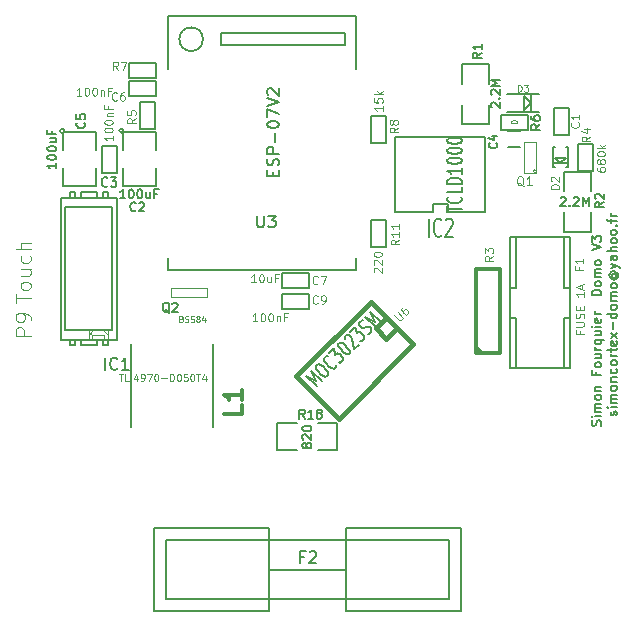
<source format=gbr>
G04 #@! TF.FileFunction,Legend,Top*
%FSLAX46Y46*%
G04 Gerber Fmt 4.6, Leading zero omitted, Abs format (unit mm)*
G04 Created by KiCad (PCBNEW 4.0.2+dfsg1-stable) date dim. 11 sept. 2016 16:56:50 CEST*
%MOMM*%
G01*
G04 APERTURE LIST*
%ADD10C,0.150000*%
%ADD11C,0.190500*%
%ADD12C,0.203200*%
%ADD13C,0.101600*%
%ADD14C,0.127000*%
%ADD15C,0.381000*%
%ADD16C,0.304800*%
%ADD17C,0.119380*%
%ADD18C,0.078740*%
%ADD19C,0.120000*%
%ADD20C,0.100000*%
%ADD21C,0.088900*%
%ADD22C,0.114300*%
%ADD23C,0.152400*%
%ADD24C,0.129540*%
G04 APERTURE END LIST*
D10*
X94361905Y-63495239D02*
X93561905Y-63495239D01*
X93561905Y-63304763D01*
X93600000Y-63190477D01*
X93676190Y-63114286D01*
X93752381Y-63076191D01*
X93904762Y-63038096D01*
X94019048Y-63038096D01*
X94171429Y-63076191D01*
X94247619Y-63114286D01*
X94323810Y-63190477D01*
X94361905Y-63304763D01*
X94361905Y-63495239D01*
X94361905Y-62580953D02*
X94323810Y-62657144D01*
X94285714Y-62695239D01*
X94209524Y-62733334D01*
X93980952Y-62733334D01*
X93904762Y-62695239D01*
X93866667Y-62657144D01*
X93828571Y-62580953D01*
X93828571Y-62466667D01*
X93866667Y-62390477D01*
X93904762Y-62352382D01*
X93980952Y-62314286D01*
X94209524Y-62314286D01*
X94285714Y-62352382D01*
X94323810Y-62390477D01*
X94361905Y-62466667D01*
X94361905Y-62580953D01*
X94361905Y-61971429D02*
X93828571Y-61971429D01*
X93904762Y-61971429D02*
X93866667Y-61933334D01*
X93828571Y-61857143D01*
X93828571Y-61742857D01*
X93866667Y-61666667D01*
X93942857Y-61628572D01*
X94361905Y-61628572D01*
X93942857Y-61628572D02*
X93866667Y-61590476D01*
X93828571Y-61514286D01*
X93828571Y-61400000D01*
X93866667Y-61323810D01*
X93942857Y-61285715D01*
X94361905Y-61285715D01*
X94361905Y-60790476D02*
X94323810Y-60866667D01*
X94285714Y-60904762D01*
X94209524Y-60942857D01*
X93980952Y-60942857D01*
X93904762Y-60904762D01*
X93866667Y-60866667D01*
X93828571Y-60790476D01*
X93828571Y-60676190D01*
X93866667Y-60600000D01*
X93904762Y-60561905D01*
X93980952Y-60523809D01*
X94209524Y-60523809D01*
X94285714Y-60561905D01*
X94323810Y-60600000D01*
X94361905Y-60676190D01*
X94361905Y-60790476D01*
X93561905Y-59685714D02*
X94361905Y-59419047D01*
X93561905Y-59152380D01*
X93561905Y-58961904D02*
X93561905Y-58466666D01*
X93866667Y-58733333D01*
X93866667Y-58619047D01*
X93904762Y-58542857D01*
X93942857Y-58504761D01*
X94019048Y-58466666D01*
X94209524Y-58466666D01*
X94285714Y-58504761D01*
X94323810Y-58542857D01*
X94361905Y-58619047D01*
X94361905Y-58847619D01*
X94323810Y-58923809D01*
X94285714Y-58961904D01*
X95673810Y-73664287D02*
X95711905Y-73588097D01*
X95711905Y-73435716D01*
X95673810Y-73359525D01*
X95597619Y-73321430D01*
X95559524Y-73321430D01*
X95483333Y-73359525D01*
X95445238Y-73435716D01*
X95445238Y-73550001D01*
X95407143Y-73626192D01*
X95330952Y-73664287D01*
X95292857Y-73664287D01*
X95216667Y-73626192D01*
X95178571Y-73550001D01*
X95178571Y-73435716D01*
X95216667Y-73359525D01*
X95711905Y-72978573D02*
X95178571Y-72978573D01*
X94911905Y-72978573D02*
X94950000Y-73016668D01*
X94988095Y-72978573D01*
X94950000Y-72940478D01*
X94911905Y-72978573D01*
X94988095Y-72978573D01*
X95711905Y-72597621D02*
X95178571Y-72597621D01*
X95254762Y-72597621D02*
X95216667Y-72559526D01*
X95178571Y-72483335D01*
X95178571Y-72369049D01*
X95216667Y-72292859D01*
X95292857Y-72254764D01*
X95711905Y-72254764D01*
X95292857Y-72254764D02*
X95216667Y-72216668D01*
X95178571Y-72140478D01*
X95178571Y-72026192D01*
X95216667Y-71950002D01*
X95292857Y-71911907D01*
X95711905Y-71911907D01*
X95711905Y-71416668D02*
X95673810Y-71492859D01*
X95635714Y-71530954D01*
X95559524Y-71569049D01*
X95330952Y-71569049D01*
X95254762Y-71530954D01*
X95216667Y-71492859D01*
X95178571Y-71416668D01*
X95178571Y-71302382D01*
X95216667Y-71226192D01*
X95254762Y-71188097D01*
X95330952Y-71150001D01*
X95559524Y-71150001D01*
X95635714Y-71188097D01*
X95673810Y-71226192D01*
X95711905Y-71302382D01*
X95711905Y-71416668D01*
X95178571Y-70807144D02*
X95711905Y-70807144D01*
X95254762Y-70807144D02*
X95216667Y-70769049D01*
X95178571Y-70692858D01*
X95178571Y-70578572D01*
X95216667Y-70502382D01*
X95292857Y-70464287D01*
X95711905Y-70464287D01*
X95673810Y-69740477D02*
X95711905Y-69816667D01*
X95711905Y-69969048D01*
X95673810Y-70045239D01*
X95635714Y-70083334D01*
X95559524Y-70121429D01*
X95330952Y-70121429D01*
X95254762Y-70083334D01*
X95216667Y-70045239D01*
X95178571Y-69969048D01*
X95178571Y-69816667D01*
X95216667Y-69740477D01*
X95711905Y-69283334D02*
X95673810Y-69359525D01*
X95635714Y-69397620D01*
X95559524Y-69435715D01*
X95330952Y-69435715D01*
X95254762Y-69397620D01*
X95216667Y-69359525D01*
X95178571Y-69283334D01*
X95178571Y-69169048D01*
X95216667Y-69092858D01*
X95254762Y-69054763D01*
X95330952Y-69016667D01*
X95559524Y-69016667D01*
X95635714Y-69054763D01*
X95673810Y-69092858D01*
X95711905Y-69169048D01*
X95711905Y-69283334D01*
X95711905Y-68673810D02*
X95178571Y-68673810D01*
X95330952Y-68673810D02*
X95254762Y-68635715D01*
X95216667Y-68597619D01*
X95178571Y-68521429D01*
X95178571Y-68445238D01*
X95178571Y-68292858D02*
X95178571Y-67988096D01*
X94911905Y-68178572D02*
X95597619Y-68178572D01*
X95673810Y-68140477D01*
X95711905Y-68064286D01*
X95711905Y-67988096D01*
X95673810Y-67416667D02*
X95711905Y-67492857D01*
X95711905Y-67645238D01*
X95673810Y-67721429D01*
X95597619Y-67759524D01*
X95292857Y-67759524D01*
X95216667Y-67721429D01*
X95178571Y-67645238D01*
X95178571Y-67492857D01*
X95216667Y-67416667D01*
X95292857Y-67378572D01*
X95369048Y-67378572D01*
X95445238Y-67759524D01*
X95711905Y-67111905D02*
X95178571Y-66692858D01*
X95178571Y-67111905D02*
X95711905Y-66692858D01*
X95407143Y-66388096D02*
X95407143Y-65778572D01*
X95711905Y-65054763D02*
X94911905Y-65054763D01*
X95673810Y-65054763D02*
X95711905Y-65130953D01*
X95711905Y-65283334D01*
X95673810Y-65359525D01*
X95635714Y-65397620D01*
X95559524Y-65435715D01*
X95330952Y-65435715D01*
X95254762Y-65397620D01*
X95216667Y-65359525D01*
X95178571Y-65283334D01*
X95178571Y-65130953D01*
X95216667Y-65054763D01*
X95711905Y-64559524D02*
X95673810Y-64635715D01*
X95635714Y-64673810D01*
X95559524Y-64711905D01*
X95330952Y-64711905D01*
X95254762Y-64673810D01*
X95216667Y-64635715D01*
X95178571Y-64559524D01*
X95178571Y-64445238D01*
X95216667Y-64369048D01*
X95254762Y-64330953D01*
X95330952Y-64292857D01*
X95559524Y-64292857D01*
X95635714Y-64330953D01*
X95673810Y-64369048D01*
X95711905Y-64445238D01*
X95711905Y-64559524D01*
X95711905Y-63950000D02*
X95178571Y-63950000D01*
X95254762Y-63950000D02*
X95216667Y-63911905D01*
X95178571Y-63835714D01*
X95178571Y-63721428D01*
X95216667Y-63645238D01*
X95292857Y-63607143D01*
X95711905Y-63607143D01*
X95292857Y-63607143D02*
X95216667Y-63569047D01*
X95178571Y-63492857D01*
X95178571Y-63378571D01*
X95216667Y-63302381D01*
X95292857Y-63264286D01*
X95711905Y-63264286D01*
X95711905Y-62769047D02*
X95673810Y-62845238D01*
X95635714Y-62883333D01*
X95559524Y-62921428D01*
X95330952Y-62921428D01*
X95254762Y-62883333D01*
X95216667Y-62845238D01*
X95178571Y-62769047D01*
X95178571Y-62654761D01*
X95216667Y-62578571D01*
X95254762Y-62540476D01*
X95330952Y-62502380D01*
X95559524Y-62502380D01*
X95635714Y-62540476D01*
X95673810Y-62578571D01*
X95711905Y-62654761D01*
X95711905Y-62769047D01*
X95330952Y-61664285D02*
X95292857Y-61702380D01*
X95254762Y-61778570D01*
X95254762Y-61854761D01*
X95292857Y-61930951D01*
X95330952Y-61969047D01*
X95407143Y-62007142D01*
X95483333Y-62007142D01*
X95559524Y-61969047D01*
X95597619Y-61930951D01*
X95635714Y-61854761D01*
X95635714Y-61778570D01*
X95597619Y-61702380D01*
X95559524Y-61664285D01*
X95254762Y-61664285D02*
X95559524Y-61664285D01*
X95597619Y-61626189D01*
X95597619Y-61588094D01*
X95559524Y-61511904D01*
X95483333Y-61473809D01*
X95292857Y-61473809D01*
X95178571Y-61549999D01*
X95102381Y-61664285D01*
X95064286Y-61816666D01*
X95102381Y-61969047D01*
X95178571Y-62083332D01*
X95292857Y-62159523D01*
X95445238Y-62197618D01*
X95597619Y-62159523D01*
X95711905Y-62083332D01*
X95788095Y-61969047D01*
X95826190Y-61816666D01*
X95788095Y-61664285D01*
X95711905Y-61549999D01*
X95178571Y-61207142D02*
X95711905Y-61016666D01*
X95178571Y-60826190D02*
X95711905Y-61016666D01*
X95902381Y-61092857D01*
X95940476Y-61130952D01*
X95978571Y-61207142D01*
X95711905Y-60178571D02*
X95292857Y-60178571D01*
X95216667Y-60216666D01*
X95178571Y-60292856D01*
X95178571Y-60445237D01*
X95216667Y-60521428D01*
X95673810Y-60178571D02*
X95711905Y-60254761D01*
X95711905Y-60445237D01*
X95673810Y-60521428D01*
X95597619Y-60559523D01*
X95521429Y-60559523D01*
X95445238Y-60521428D01*
X95407143Y-60445237D01*
X95407143Y-60254761D01*
X95369048Y-60178571D01*
X95711905Y-59797618D02*
X94911905Y-59797618D01*
X95711905Y-59454761D02*
X95292857Y-59454761D01*
X95216667Y-59492856D01*
X95178571Y-59569046D01*
X95178571Y-59683332D01*
X95216667Y-59759523D01*
X95254762Y-59797618D01*
X95711905Y-58959522D02*
X95673810Y-59035713D01*
X95635714Y-59073808D01*
X95559524Y-59111903D01*
X95330952Y-59111903D01*
X95254762Y-59073808D01*
X95216667Y-59035713D01*
X95178571Y-58959522D01*
X95178571Y-58845236D01*
X95216667Y-58769046D01*
X95254762Y-58730951D01*
X95330952Y-58692855D01*
X95559524Y-58692855D01*
X95635714Y-58730951D01*
X95673810Y-58769046D01*
X95711905Y-58845236D01*
X95711905Y-58959522D01*
X95711905Y-58235712D02*
X95673810Y-58311903D01*
X95635714Y-58349998D01*
X95559524Y-58388093D01*
X95330952Y-58388093D01*
X95254762Y-58349998D01*
X95216667Y-58311903D01*
X95178571Y-58235712D01*
X95178571Y-58121426D01*
X95216667Y-58045236D01*
X95254762Y-58007141D01*
X95330952Y-57969045D01*
X95559524Y-57969045D01*
X95635714Y-58007141D01*
X95673810Y-58045236D01*
X95711905Y-58121426D01*
X95711905Y-58235712D01*
X95635714Y-57626188D02*
X95673810Y-57588093D01*
X95711905Y-57626188D01*
X95673810Y-57664283D01*
X95635714Y-57626188D01*
X95711905Y-57626188D01*
X95178571Y-57359522D02*
X95178571Y-57054760D01*
X95711905Y-57245236D02*
X95026190Y-57245236D01*
X94950000Y-57207141D01*
X94911905Y-57130950D01*
X94911905Y-57054760D01*
X95711905Y-56788093D02*
X95178571Y-56788093D01*
X95330952Y-56788093D02*
X95254762Y-56749998D01*
X95216667Y-56711902D01*
X95178571Y-56635712D01*
X95178571Y-56559521D01*
X94323810Y-74550001D02*
X94361905Y-74435715D01*
X94361905Y-74245239D01*
X94323810Y-74169049D01*
X94285714Y-74130953D01*
X94209524Y-74092858D01*
X94133333Y-74092858D01*
X94057143Y-74130953D01*
X94019048Y-74169049D01*
X93980952Y-74245239D01*
X93942857Y-74397620D01*
X93904762Y-74473811D01*
X93866667Y-74511906D01*
X93790476Y-74550001D01*
X93714286Y-74550001D01*
X93638095Y-74511906D01*
X93600000Y-74473811D01*
X93561905Y-74397620D01*
X93561905Y-74207144D01*
X93600000Y-74092858D01*
X94361905Y-73750001D02*
X93828571Y-73750001D01*
X93561905Y-73750001D02*
X93600000Y-73788096D01*
X93638095Y-73750001D01*
X93600000Y-73711906D01*
X93561905Y-73750001D01*
X93638095Y-73750001D01*
X94361905Y-73369049D02*
X93828571Y-73369049D01*
X93904762Y-73369049D02*
X93866667Y-73330954D01*
X93828571Y-73254763D01*
X93828571Y-73140477D01*
X93866667Y-73064287D01*
X93942857Y-73026192D01*
X94361905Y-73026192D01*
X93942857Y-73026192D02*
X93866667Y-72988096D01*
X93828571Y-72911906D01*
X93828571Y-72797620D01*
X93866667Y-72721430D01*
X93942857Y-72683335D01*
X94361905Y-72683335D01*
X94361905Y-72188096D02*
X94323810Y-72264287D01*
X94285714Y-72302382D01*
X94209524Y-72340477D01*
X93980952Y-72340477D01*
X93904762Y-72302382D01*
X93866667Y-72264287D01*
X93828571Y-72188096D01*
X93828571Y-72073810D01*
X93866667Y-71997620D01*
X93904762Y-71959525D01*
X93980952Y-71921429D01*
X94209524Y-71921429D01*
X94285714Y-71959525D01*
X94323810Y-71997620D01*
X94361905Y-72073810D01*
X94361905Y-72188096D01*
X93828571Y-71578572D02*
X94361905Y-71578572D01*
X93904762Y-71578572D02*
X93866667Y-71540477D01*
X93828571Y-71464286D01*
X93828571Y-71350000D01*
X93866667Y-71273810D01*
X93942857Y-71235715D01*
X94361905Y-71235715D01*
X93942857Y-69978571D02*
X93942857Y-70245238D01*
X94361905Y-70245238D02*
X93561905Y-70245238D01*
X93561905Y-69864285D01*
X94361905Y-69445238D02*
X94323810Y-69521429D01*
X94285714Y-69559524D01*
X94209524Y-69597619D01*
X93980952Y-69597619D01*
X93904762Y-69559524D01*
X93866667Y-69521429D01*
X93828571Y-69445238D01*
X93828571Y-69330952D01*
X93866667Y-69254762D01*
X93904762Y-69216667D01*
X93980952Y-69178571D01*
X94209524Y-69178571D01*
X94285714Y-69216667D01*
X94323810Y-69254762D01*
X94361905Y-69330952D01*
X94361905Y-69445238D01*
X93828571Y-68492857D02*
X94361905Y-68492857D01*
X93828571Y-68835714D02*
X94247619Y-68835714D01*
X94323810Y-68797619D01*
X94361905Y-68721428D01*
X94361905Y-68607142D01*
X94323810Y-68530952D01*
X94285714Y-68492857D01*
X94361905Y-68111904D02*
X93828571Y-68111904D01*
X93980952Y-68111904D02*
X93904762Y-68073809D01*
X93866667Y-68035713D01*
X93828571Y-67959523D01*
X93828571Y-67883332D01*
X93828571Y-67273809D02*
X94628571Y-67273809D01*
X94323810Y-67273809D02*
X94361905Y-67349999D01*
X94361905Y-67502380D01*
X94323810Y-67578571D01*
X94285714Y-67616666D01*
X94209524Y-67654761D01*
X93980952Y-67654761D01*
X93904762Y-67616666D01*
X93866667Y-67578571D01*
X93828571Y-67502380D01*
X93828571Y-67349999D01*
X93866667Y-67273809D01*
X93828571Y-66549999D02*
X94361905Y-66549999D01*
X93828571Y-66892856D02*
X94247619Y-66892856D01*
X94323810Y-66854761D01*
X94361905Y-66778570D01*
X94361905Y-66664284D01*
X94323810Y-66588094D01*
X94285714Y-66549999D01*
X94361905Y-66169046D02*
X93828571Y-66169046D01*
X93561905Y-66169046D02*
X93600000Y-66207141D01*
X93638095Y-66169046D01*
X93600000Y-66130951D01*
X93561905Y-66169046D01*
X93638095Y-66169046D01*
X94323810Y-65483332D02*
X94361905Y-65559522D01*
X94361905Y-65711903D01*
X94323810Y-65788094D01*
X94247619Y-65826189D01*
X93942857Y-65826189D01*
X93866667Y-65788094D01*
X93828571Y-65711903D01*
X93828571Y-65559522D01*
X93866667Y-65483332D01*
X93942857Y-65445237D01*
X94019048Y-65445237D01*
X94095238Y-65826189D01*
X94361905Y-65102380D02*
X93828571Y-65102380D01*
X93980952Y-65102380D02*
X93904762Y-65064285D01*
X93866667Y-65026189D01*
X93828571Y-64949999D01*
X93828571Y-64873808D01*
D11*
X90307160Y-52341780D02*
X91556840Y-52341780D01*
X90507820Y-51915060D02*
X91356180Y-51915060D01*
X91356180Y-51915060D02*
X90932000Y-52341780D01*
X90932000Y-52341780D02*
X90507820Y-51915060D01*
X91556840Y-52666900D02*
X91432380Y-52666900D01*
X90307160Y-52666900D02*
X90431620Y-52666900D01*
X91556840Y-50965100D02*
X91432380Y-50965100D01*
X90307160Y-50965100D02*
X90431620Y-50965100D01*
X91551760Y-52666900D02*
X91551760Y-50965100D01*
X90302080Y-52666900D02*
X90302080Y-50965100D01*
X86401260Y-46475300D02*
X89098740Y-46475300D01*
X89098740Y-48024700D02*
X86401260Y-48024700D01*
X88451040Y-48024700D02*
X88451040Y-46475300D01*
X88451040Y-47250000D02*
X87849060Y-47849440D01*
X87849060Y-47849440D02*
X87849060Y-46650560D01*
X87849060Y-46650560D02*
X88451040Y-47250000D01*
D12*
X49001020Y-56050620D02*
X52998980Y-56050620D01*
X52998980Y-56050620D02*
X52998980Y-66449380D01*
X52998980Y-66449380D02*
X49001020Y-66449380D01*
X49001020Y-66449380D02*
X49001020Y-56050620D01*
X48602240Y-55250520D02*
X53397760Y-55250520D01*
X53397760Y-55250520D02*
X53397760Y-67249480D01*
X53397760Y-67249480D02*
X48602240Y-67249480D01*
X48602240Y-67249480D02*
X48602240Y-55250520D01*
X51698500Y-67348540D02*
X51698500Y-67749860D01*
X51698500Y-67749860D02*
X50301500Y-67749860D01*
X50301500Y-67749860D02*
X50301500Y-67348540D01*
X52198880Y-67348540D02*
X52198880Y-67749860D01*
X52198880Y-67749860D02*
X52597660Y-67749860D01*
X52597660Y-67749860D02*
X52597660Y-67348540D01*
X49801120Y-67348540D02*
X49801120Y-67749860D01*
X49801120Y-67749860D02*
X49402340Y-67749860D01*
X49402340Y-67749860D02*
X49402340Y-67348540D01*
X52198880Y-55151460D02*
X52198880Y-54750140D01*
X52198880Y-54750140D02*
X52597660Y-54750140D01*
X52597660Y-54750140D02*
X52597660Y-55151460D01*
X49801120Y-55151460D02*
X49801120Y-54750140D01*
X49801120Y-54750140D02*
X49402340Y-54750140D01*
X49402340Y-54750140D02*
X49402340Y-55151460D01*
X51698500Y-55151460D02*
X51698500Y-54750140D01*
X51698500Y-54750140D02*
X50301500Y-54750140D01*
X50301500Y-54750140D02*
X50301500Y-55151460D01*
D13*
X52597660Y-66548440D02*
X52597660Y-66848160D01*
X52597660Y-66848160D02*
X52597660Y-67147880D01*
X51000000Y-66548440D02*
X51000000Y-66848160D01*
X51000000Y-66848160D02*
X51000000Y-67147880D01*
X52297940Y-67147880D02*
X52297940Y-66848160D01*
X52297940Y-66848160D02*
X51299720Y-66848160D01*
X51299720Y-66848160D02*
X51299720Y-67147880D01*
X52297940Y-66548440D02*
X52597660Y-66848160D01*
X51299720Y-66548440D02*
X51000000Y-66848160D01*
X52399540Y-66749100D02*
X52297940Y-66848160D01*
X51198120Y-66749100D02*
X51299720Y-66848160D01*
D10*
X61539000Y-74620000D02*
X61539000Y-67620000D01*
X54539000Y-67620000D02*
X54539000Y-74620000D01*
D14*
X84893000Y-43960000D02*
X82607000Y-43960000D01*
X82607000Y-43960000D02*
X82607000Y-45611000D01*
X84893000Y-47389000D02*
X84893000Y-49040000D01*
X84893000Y-49040000D02*
X82607000Y-49040000D01*
X82607000Y-49040000D02*
X82607000Y-47389000D01*
X84893000Y-45611000D02*
X84893000Y-43960000D01*
X72040000Y-76643000D02*
X72040000Y-74357000D01*
X72040000Y-74357000D02*
X70389000Y-74357000D01*
X68611000Y-76643000D02*
X66960000Y-76643000D01*
X66960000Y-76643000D02*
X66960000Y-74357000D01*
X66960000Y-74357000D02*
X68611000Y-74357000D01*
X70389000Y-76643000D02*
X72040000Y-76643000D01*
X91257000Y-58140000D02*
X93543000Y-58140000D01*
X93543000Y-58140000D02*
X93543000Y-56489000D01*
X91257000Y-54711000D02*
X91257000Y-53060000D01*
X91257000Y-53060000D02*
X93543000Y-53060000D01*
X93543000Y-53060000D02*
X93543000Y-54711000D01*
X91257000Y-56489000D02*
X91257000Y-58140000D01*
X67357000Y-63365000D02*
X69643000Y-63365000D01*
X69643000Y-63365000D02*
X69643000Y-64635000D01*
X69643000Y-64635000D02*
X67357000Y-64635000D01*
X67357000Y-64635000D02*
X67357000Y-63365000D01*
X74865000Y-59393000D02*
X74865000Y-57107000D01*
X74865000Y-57107000D02*
X76135000Y-57107000D01*
X76135000Y-57107000D02*
X76135000Y-59393000D01*
X76135000Y-59393000D02*
X74865000Y-59393000D01*
X67357000Y-61615000D02*
X69643000Y-61615000D01*
X69643000Y-61615000D02*
X69643000Y-62885000D01*
X69643000Y-62885000D02*
X67357000Y-62885000D01*
X67357000Y-62885000D02*
X67357000Y-61615000D01*
X53385000Y-50857000D02*
X53385000Y-53143000D01*
X53385000Y-53143000D02*
X52115000Y-53143000D01*
X52115000Y-53143000D02*
X52115000Y-50857000D01*
X52115000Y-50857000D02*
X53385000Y-50857000D01*
X93726000Y-50673000D02*
X93726000Y-52959000D01*
X93726000Y-52959000D02*
X92456000Y-52959000D01*
X92456000Y-52959000D02*
X92456000Y-50673000D01*
X92456000Y-50673000D02*
X93726000Y-50673000D01*
X88143000Y-49535000D02*
X85857000Y-49535000D01*
X85857000Y-49535000D02*
X85857000Y-48265000D01*
X85857000Y-48265000D02*
X88143000Y-48265000D01*
X88143000Y-48265000D02*
X88143000Y-49535000D01*
D12*
X91232000Y-58612000D02*
X91232000Y-62930000D01*
X91232000Y-62930000D02*
X91740000Y-62930000D01*
X87168000Y-58612000D02*
X87168000Y-62930000D01*
X87168000Y-62930000D02*
X86660000Y-62930000D01*
X87168000Y-69661000D02*
X87168000Y-65470000D01*
X87168000Y-65470000D02*
X86660000Y-65470000D01*
X91232000Y-69661000D02*
X91232000Y-65470000D01*
X91232000Y-65470000D02*
X91740000Y-65470000D01*
X91740000Y-69661000D02*
X91740000Y-58612000D01*
X86660000Y-58612000D02*
X86660000Y-69661000D01*
X86660000Y-58612000D02*
X91740000Y-58612000D01*
X91740000Y-69661000D02*
X86660000Y-69661000D01*
D15*
X78439141Y-67652962D02*
X72152962Y-73939141D01*
X72152962Y-73939141D02*
X68560859Y-70347038D01*
X68560859Y-70347038D02*
X74847038Y-64060859D01*
X74847038Y-64060859D02*
X78439141Y-67652962D01*
X77092102Y-66305923D02*
X76194077Y-67203949D01*
X76194077Y-67203949D02*
X75296051Y-66305923D01*
X75296051Y-66305923D02*
X76194077Y-65407898D01*
D16*
X83784000Y-68356000D02*
X83784000Y-61244000D01*
X83784000Y-61244000D02*
X85816000Y-61244000D01*
X85816000Y-61244000D02*
X85816000Y-68356000D01*
X85816000Y-68356000D02*
X83784000Y-68356000D01*
X84292000Y-68356000D02*
X83784000Y-67848000D01*
D10*
X80115000Y-56445000D02*
X80115000Y-55810000D01*
X80115000Y-55810000D02*
X81385000Y-55810000D01*
X81385000Y-55810000D02*
X81385000Y-56445000D01*
X81385000Y-56445000D02*
X84560000Y-56445000D01*
X84560000Y-56445000D02*
X84560000Y-50095000D01*
X84560000Y-50095000D02*
X76940000Y-50095000D01*
X76940000Y-50095000D02*
X76940000Y-56445000D01*
X76940000Y-56445000D02*
X80115000Y-56445000D01*
D14*
X48905605Y-49587000D02*
G75*
G03X48905605Y-49587000I-179605J0D01*
G01*
X51647000Y-51238000D02*
X51647000Y-49714000D01*
X51647000Y-49714000D02*
X48853000Y-49714000D01*
X48853000Y-49714000D02*
X48853000Y-51238000D01*
X48853000Y-52762000D02*
X48853000Y-54286000D01*
X48853000Y-54286000D02*
X51647000Y-54286000D01*
X51647000Y-54286000D02*
X51647000Y-52762000D01*
X53905605Y-49587000D02*
G75*
G03X53905605Y-49587000I-179605J0D01*
G01*
X56647000Y-51238000D02*
X56647000Y-49714000D01*
X56647000Y-49714000D02*
X53853000Y-49714000D01*
X53853000Y-49714000D02*
X53853000Y-51238000D01*
X53853000Y-52762000D02*
X53853000Y-54286000D01*
X53853000Y-54286000D02*
X56647000Y-54286000D01*
X56647000Y-54286000D02*
X56647000Y-52762000D01*
D17*
X57976000Y-62869000D02*
X61024000Y-62869000D01*
X61024000Y-62869000D02*
X61024000Y-63631000D01*
X61024000Y-63631000D02*
X57976000Y-63631000D01*
X57976000Y-63631000D02*
X57976000Y-62869000D01*
D18*
X88901590Y-52992020D02*
G75*
G03X88901590Y-52992020I-159070J0D01*
G01*
X87884000Y-50546000D02*
X88900000Y-50546000D01*
X87884000Y-53149500D02*
X88900000Y-53149500D01*
X88900000Y-50546000D02*
X88900000Y-53149500D01*
X87884000Y-53149500D02*
X87884000Y-50546000D01*
D14*
X55365000Y-49393000D02*
X55365000Y-47107000D01*
X55365000Y-47107000D02*
X56635000Y-47107000D01*
X56635000Y-47107000D02*
X56635000Y-49393000D01*
X56635000Y-49393000D02*
X55365000Y-49393000D01*
X56643000Y-45135000D02*
X54357000Y-45135000D01*
X54357000Y-45135000D02*
X54357000Y-43865000D01*
X54357000Y-43865000D02*
X56643000Y-43865000D01*
X56643000Y-43865000D02*
X56643000Y-45135000D01*
X56643000Y-46635000D02*
X54357000Y-46635000D01*
X54357000Y-46635000D02*
X54357000Y-45365000D01*
X54357000Y-45365000D02*
X56643000Y-45365000D01*
X56643000Y-45365000D02*
X56643000Y-46635000D01*
X91635000Y-47607000D02*
X91635000Y-49893000D01*
X91635000Y-49893000D02*
X90365000Y-49893000D01*
X90365000Y-49893000D02*
X90365000Y-47607000D01*
X90365000Y-47607000D02*
X91635000Y-47607000D01*
X76135000Y-48357000D02*
X76135000Y-50643000D01*
X76135000Y-50643000D02*
X74865000Y-50643000D01*
X74865000Y-50643000D02*
X74865000Y-48357000D01*
X74865000Y-48357000D02*
X76135000Y-48357000D01*
D10*
X62159000Y-41324000D02*
X72659000Y-41324000D01*
X72659000Y-41324000D02*
X72659000Y-42324000D01*
X72659000Y-42324000D02*
X62159000Y-42324000D01*
X62159000Y-42324000D02*
X62159000Y-41324000D01*
X62159000Y-41324000D02*
X62659000Y-41324000D01*
X62659000Y-41324000D02*
X62159000Y-41324000D01*
X62159000Y-41324000D02*
X62659000Y-41324000D01*
X60659000Y-41824000D02*
G75*
G03X60659000Y-41824000I-1000000J0D01*
G01*
X57659000Y-44324000D02*
X57659000Y-39824000D01*
X57659000Y-39824000D02*
X73659000Y-39824000D01*
X73659000Y-39824000D02*
X73659000Y-44324000D01*
X57659000Y-60324000D02*
X57659000Y-61324000D01*
X57659000Y-61324000D02*
X73659000Y-61324000D01*
X73659000Y-61324000D02*
X73659000Y-60324000D01*
X72751200Y-86750000D02*
X66248800Y-86750000D01*
X72751200Y-83249880D02*
X72751200Y-90250120D01*
X81498960Y-90250120D02*
X72751200Y-90250120D01*
X81498960Y-83249880D02*
X72751200Y-83249880D01*
X58750720Y-89249360D02*
X57501040Y-89249360D01*
X58999640Y-84250640D02*
X57501040Y-84250640D01*
X71001140Y-89249360D02*
X58750720Y-89249360D01*
X70749680Y-84250640D02*
X58999640Y-84250640D01*
X81498960Y-89249360D02*
X71001140Y-89249360D01*
X81498960Y-84250640D02*
X70749680Y-84250640D01*
X81498960Y-84250640D02*
X81498960Y-89249360D01*
X82499720Y-83249880D02*
X81498960Y-83249880D01*
X82499720Y-83249880D02*
X82499720Y-90250120D01*
X82499720Y-90250120D02*
X81498960Y-90250120D01*
X57501040Y-84250640D02*
X57501040Y-89249360D01*
X66248800Y-83249880D02*
X56500280Y-83249880D01*
X56500280Y-83249880D02*
X56500280Y-90250120D01*
X66248800Y-90250120D02*
X56500280Y-90250120D01*
X66248800Y-83249880D02*
X66248800Y-90250120D01*
X87500000Y-50975000D02*
X86500000Y-50975000D01*
X86500000Y-49625000D02*
X87500000Y-49625000D01*
D19*
X90816667Y-54516666D02*
X90116667Y-54516666D01*
X90116667Y-54350000D01*
X90150000Y-54250000D01*
X90216667Y-54183333D01*
X90283333Y-54150000D01*
X90416667Y-54116666D01*
X90516667Y-54116666D01*
X90650000Y-54150000D01*
X90716667Y-54183333D01*
X90783333Y-54250000D01*
X90816667Y-54350000D01*
X90816667Y-54516666D01*
X90183333Y-53850000D02*
X90150000Y-53816666D01*
X90116667Y-53750000D01*
X90116667Y-53583333D01*
X90150000Y-53516666D01*
X90183333Y-53483333D01*
X90250000Y-53450000D01*
X90316667Y-53450000D01*
X90416667Y-53483333D01*
X90816667Y-53883333D01*
X90816667Y-53450000D01*
D20*
X87307143Y-46271429D02*
X87307143Y-45671429D01*
X87450000Y-45671429D01*
X87535715Y-45700000D01*
X87592857Y-45757143D01*
X87621429Y-45814286D01*
X87650000Y-45928571D01*
X87650000Y-46014286D01*
X87621429Y-46128571D01*
X87592857Y-46185714D01*
X87535715Y-46242857D01*
X87450000Y-46271429D01*
X87307143Y-46271429D01*
X87850000Y-45671429D02*
X88221429Y-45671429D01*
X88021429Y-45900000D01*
X88107143Y-45900000D01*
X88164286Y-45928571D01*
X88192857Y-45957143D01*
X88221429Y-46014286D01*
X88221429Y-46157143D01*
X88192857Y-46214286D01*
X88164286Y-46242857D01*
X88107143Y-46271429D01*
X87935715Y-46271429D01*
X87878572Y-46242857D01*
X87850000Y-46214286D01*
D21*
X46074524Y-66937381D02*
X44804524Y-66937381D01*
X44804524Y-66453572D01*
X44865000Y-66332619D01*
X44925476Y-66272143D01*
X45046429Y-66211667D01*
X45227857Y-66211667D01*
X45348810Y-66272143D01*
X45409286Y-66332619D01*
X45469762Y-66453572D01*
X45469762Y-66937381D01*
X46074524Y-65606905D02*
X46074524Y-65365000D01*
X46014048Y-65244048D01*
X45953571Y-65183572D01*
X45772143Y-65062619D01*
X45530238Y-65002143D01*
X45046429Y-65002143D01*
X44925476Y-65062619D01*
X44865000Y-65123095D01*
X44804524Y-65244048D01*
X44804524Y-65485952D01*
X44865000Y-65606905D01*
X44925476Y-65667381D01*
X45046429Y-65727857D01*
X45348810Y-65727857D01*
X45469762Y-65667381D01*
X45530238Y-65606905D01*
X45590714Y-65485952D01*
X45590714Y-65244048D01*
X45530238Y-65123095D01*
X45469762Y-65062619D01*
X45348810Y-65002143D01*
X44804524Y-64130715D02*
X44804524Y-63405000D01*
X46074524Y-63767857D02*
X44804524Y-63767857D01*
X46074524Y-62800238D02*
X46014048Y-62921191D01*
X45953571Y-62981667D01*
X45832619Y-63042143D01*
X45469762Y-63042143D01*
X45348810Y-62981667D01*
X45288333Y-62921191D01*
X45227857Y-62800238D01*
X45227857Y-62618810D01*
X45288333Y-62497858D01*
X45348810Y-62437381D01*
X45469762Y-62376905D01*
X45832619Y-62376905D01*
X45953571Y-62437381D01*
X46014048Y-62497858D01*
X46074524Y-62618810D01*
X46074524Y-62800238D01*
X45227857Y-61288333D02*
X46074524Y-61288333D01*
X45227857Y-61832619D02*
X45893095Y-61832619D01*
X46014048Y-61772143D01*
X46074524Y-61651190D01*
X46074524Y-61469762D01*
X46014048Y-61348810D01*
X45953571Y-61288333D01*
X46014048Y-60139285D02*
X46074524Y-60260238D01*
X46074524Y-60502142D01*
X46014048Y-60623095D01*
X45953571Y-60683571D01*
X45832619Y-60744047D01*
X45469762Y-60744047D01*
X45348810Y-60683571D01*
X45288333Y-60623095D01*
X45227857Y-60502142D01*
X45227857Y-60260238D01*
X45288333Y-60139285D01*
X46074524Y-59595000D02*
X44804524Y-59595000D01*
X46074524Y-59050714D02*
X45409286Y-59050714D01*
X45288333Y-59111191D01*
X45227857Y-59232143D01*
X45227857Y-59413571D01*
X45288333Y-59534524D01*
X45348810Y-59595000D01*
D10*
X52363810Y-69794381D02*
X52363810Y-68794381D01*
X53411429Y-69699143D02*
X53363810Y-69746762D01*
X53220953Y-69794381D01*
X53125715Y-69794381D01*
X52982857Y-69746762D01*
X52887619Y-69651524D01*
X52840000Y-69556286D01*
X52792381Y-69365810D01*
X52792381Y-69222952D01*
X52840000Y-69032476D01*
X52887619Y-68937238D01*
X52982857Y-68842000D01*
X53125715Y-68794381D01*
X53220953Y-68794381D01*
X53363810Y-68842000D01*
X53411429Y-68889619D01*
X54363810Y-69794381D02*
X53792381Y-69794381D01*
X54078095Y-69794381D02*
X54078095Y-68794381D01*
X53982857Y-68937238D01*
X53887619Y-69032476D01*
X53792381Y-69080095D01*
D20*
X53534142Y-70156429D02*
X53876999Y-70156429D01*
X53705570Y-70756429D02*
X53705570Y-70156429D01*
X54362713Y-70756429D02*
X54076999Y-70756429D01*
X54076999Y-70156429D01*
X54562713Y-70756429D02*
X54562713Y-70156429D01*
X55105570Y-70356429D02*
X55105570Y-70756429D01*
X54962713Y-70127857D02*
X54819856Y-70556429D01*
X55191284Y-70556429D01*
X55448428Y-70756429D02*
X55562713Y-70756429D01*
X55619856Y-70727857D01*
X55648428Y-70699286D01*
X55705570Y-70613571D01*
X55734142Y-70499286D01*
X55734142Y-70270714D01*
X55705570Y-70213571D01*
X55676999Y-70185000D01*
X55619856Y-70156429D01*
X55505570Y-70156429D01*
X55448428Y-70185000D01*
X55419856Y-70213571D01*
X55391285Y-70270714D01*
X55391285Y-70413571D01*
X55419856Y-70470714D01*
X55448428Y-70499286D01*
X55505570Y-70527857D01*
X55619856Y-70527857D01*
X55676999Y-70499286D01*
X55705570Y-70470714D01*
X55734142Y-70413571D01*
X55934142Y-70156429D02*
X56334142Y-70156429D01*
X56076999Y-70756429D01*
X56677000Y-70156429D02*
X56734143Y-70156429D01*
X56791286Y-70185000D01*
X56819857Y-70213571D01*
X56848428Y-70270714D01*
X56877000Y-70385000D01*
X56877000Y-70527857D01*
X56848428Y-70642143D01*
X56819857Y-70699286D01*
X56791286Y-70727857D01*
X56734143Y-70756429D01*
X56677000Y-70756429D01*
X56619857Y-70727857D01*
X56591286Y-70699286D01*
X56562714Y-70642143D01*
X56534143Y-70527857D01*
X56534143Y-70385000D01*
X56562714Y-70270714D01*
X56591286Y-70213571D01*
X56619857Y-70185000D01*
X56677000Y-70156429D01*
X57134143Y-70527857D02*
X57591286Y-70527857D01*
X57877000Y-70756429D02*
X57877000Y-70156429D01*
X58019857Y-70156429D01*
X58105572Y-70185000D01*
X58162714Y-70242143D01*
X58191286Y-70299286D01*
X58219857Y-70413571D01*
X58219857Y-70499286D01*
X58191286Y-70613571D01*
X58162714Y-70670714D01*
X58105572Y-70727857D01*
X58019857Y-70756429D01*
X57877000Y-70756429D01*
X58591286Y-70156429D02*
X58648429Y-70156429D01*
X58705572Y-70185000D01*
X58734143Y-70213571D01*
X58762714Y-70270714D01*
X58791286Y-70385000D01*
X58791286Y-70527857D01*
X58762714Y-70642143D01*
X58734143Y-70699286D01*
X58705572Y-70727857D01*
X58648429Y-70756429D01*
X58591286Y-70756429D01*
X58534143Y-70727857D01*
X58505572Y-70699286D01*
X58477000Y-70642143D01*
X58448429Y-70527857D01*
X58448429Y-70385000D01*
X58477000Y-70270714D01*
X58505572Y-70213571D01*
X58534143Y-70185000D01*
X58591286Y-70156429D01*
X59334143Y-70156429D02*
X59048429Y-70156429D01*
X59019858Y-70442143D01*
X59048429Y-70413571D01*
X59105572Y-70385000D01*
X59248429Y-70385000D01*
X59305572Y-70413571D01*
X59334143Y-70442143D01*
X59362715Y-70499286D01*
X59362715Y-70642143D01*
X59334143Y-70699286D01*
X59305572Y-70727857D01*
X59248429Y-70756429D01*
X59105572Y-70756429D01*
X59048429Y-70727857D01*
X59019858Y-70699286D01*
X59734144Y-70156429D02*
X59791287Y-70156429D01*
X59848430Y-70185000D01*
X59877001Y-70213571D01*
X59905572Y-70270714D01*
X59934144Y-70385000D01*
X59934144Y-70527857D01*
X59905572Y-70642143D01*
X59877001Y-70699286D01*
X59848430Y-70727857D01*
X59791287Y-70756429D01*
X59734144Y-70756429D01*
X59677001Y-70727857D01*
X59648430Y-70699286D01*
X59619858Y-70642143D01*
X59591287Y-70527857D01*
X59591287Y-70385000D01*
X59619858Y-70270714D01*
X59648430Y-70213571D01*
X59677001Y-70185000D01*
X59734144Y-70156429D01*
X60105573Y-70156429D02*
X60448430Y-70156429D01*
X60277001Y-70756429D02*
X60277001Y-70156429D01*
X60905573Y-70356429D02*
X60905573Y-70756429D01*
X60762716Y-70127857D02*
X60619859Y-70556429D01*
X60991287Y-70556429D01*
D14*
X84244714Y-42977000D02*
X83881857Y-43231000D01*
X84244714Y-43412428D02*
X83482714Y-43412428D01*
X83482714Y-43122143D01*
X83519000Y-43049571D01*
X83555286Y-43013286D01*
X83627857Y-42977000D01*
X83736714Y-42977000D01*
X83809286Y-43013286D01*
X83845571Y-43049571D01*
X83881857Y-43122143D01*
X83881857Y-43412428D01*
X84244714Y-42251286D02*
X84244714Y-42686714D01*
X84244714Y-42469000D02*
X83482714Y-42469000D01*
X83591571Y-42541571D01*
X83664143Y-42614143D01*
X83700429Y-42686714D01*
X85105286Y-47597428D02*
X85069000Y-47561142D01*
X85032714Y-47488571D01*
X85032714Y-47307142D01*
X85069000Y-47234571D01*
X85105286Y-47198285D01*
X85177857Y-47162000D01*
X85250429Y-47162000D01*
X85359286Y-47198285D01*
X85794714Y-47633714D01*
X85794714Y-47162000D01*
X85722143Y-46835428D02*
X85758429Y-46799143D01*
X85794714Y-46835428D01*
X85758429Y-46871714D01*
X85722143Y-46835428D01*
X85794714Y-46835428D01*
X85105286Y-46508857D02*
X85069000Y-46472571D01*
X85032714Y-46400000D01*
X85032714Y-46218571D01*
X85069000Y-46146000D01*
X85105286Y-46109714D01*
X85177857Y-46073429D01*
X85250429Y-46073429D01*
X85359286Y-46109714D01*
X85794714Y-46545143D01*
X85794714Y-46073429D01*
X85794714Y-45746857D02*
X85032714Y-45746857D01*
X85577000Y-45492857D01*
X85032714Y-45238857D01*
X85794714Y-45238857D01*
X69264143Y-73939714D02*
X69010143Y-73576857D01*
X68828715Y-73939714D02*
X68828715Y-73177714D01*
X69119000Y-73177714D01*
X69191572Y-73214000D01*
X69227857Y-73250286D01*
X69264143Y-73322857D01*
X69264143Y-73431714D01*
X69227857Y-73504286D01*
X69191572Y-73540571D01*
X69119000Y-73576857D01*
X68828715Y-73576857D01*
X69989857Y-73939714D02*
X69554429Y-73939714D01*
X69772143Y-73939714D02*
X69772143Y-73177714D01*
X69699572Y-73286571D01*
X69627000Y-73359143D01*
X69554429Y-73395429D01*
X70425286Y-73504286D02*
X70352714Y-73468000D01*
X70316429Y-73431714D01*
X70280143Y-73359143D01*
X70280143Y-73322857D01*
X70316429Y-73250286D01*
X70352714Y-73214000D01*
X70425286Y-73177714D01*
X70570429Y-73177714D01*
X70643000Y-73214000D01*
X70679286Y-73250286D01*
X70715571Y-73322857D01*
X70715571Y-73359143D01*
X70679286Y-73431714D01*
X70643000Y-73468000D01*
X70570429Y-73504286D01*
X70425286Y-73504286D01*
X70352714Y-73540571D01*
X70316429Y-73576857D01*
X70280143Y-73649429D01*
X70280143Y-73794571D01*
X70316429Y-73867143D01*
X70352714Y-73903429D01*
X70425286Y-73939714D01*
X70570429Y-73939714D01*
X70643000Y-73903429D01*
X70679286Y-73867143D01*
X70715571Y-73794571D01*
X70715571Y-73649429D01*
X70679286Y-73576857D01*
X70643000Y-73540571D01*
X70570429Y-73504286D01*
X69409286Y-76298285D02*
X69373000Y-76370857D01*
X69336714Y-76407142D01*
X69264143Y-76443428D01*
X69227857Y-76443428D01*
X69155286Y-76407142D01*
X69119000Y-76370857D01*
X69082714Y-76298285D01*
X69082714Y-76153142D01*
X69119000Y-76080571D01*
X69155286Y-76044285D01*
X69227857Y-76008000D01*
X69264143Y-76008000D01*
X69336714Y-76044285D01*
X69373000Y-76080571D01*
X69409286Y-76153142D01*
X69409286Y-76298285D01*
X69445571Y-76370857D01*
X69481857Y-76407142D01*
X69554429Y-76443428D01*
X69699571Y-76443428D01*
X69772143Y-76407142D01*
X69808429Y-76370857D01*
X69844714Y-76298285D01*
X69844714Y-76153142D01*
X69808429Y-76080571D01*
X69772143Y-76044285D01*
X69699571Y-76008000D01*
X69554429Y-76008000D01*
X69481857Y-76044285D01*
X69445571Y-76080571D01*
X69409286Y-76153142D01*
X69155286Y-75717714D02*
X69119000Y-75681428D01*
X69082714Y-75608857D01*
X69082714Y-75427428D01*
X69119000Y-75354857D01*
X69155286Y-75318571D01*
X69227857Y-75282286D01*
X69300429Y-75282286D01*
X69409286Y-75318571D01*
X69844714Y-75754000D01*
X69844714Y-75282286D01*
X69082714Y-74810572D02*
X69082714Y-74738000D01*
X69119000Y-74665429D01*
X69155286Y-74629143D01*
X69227857Y-74592857D01*
X69373000Y-74556572D01*
X69554429Y-74556572D01*
X69699571Y-74592857D01*
X69772143Y-74629143D01*
X69808429Y-74665429D01*
X69844714Y-74738000D01*
X69844714Y-74810572D01*
X69808429Y-74883143D01*
X69772143Y-74919429D01*
X69699571Y-74955714D01*
X69554429Y-74992000D01*
X69373000Y-74992000D01*
X69227857Y-74955714D01*
X69155286Y-74919429D01*
X69119000Y-74883143D01*
X69082714Y-74810572D01*
X94594714Y-55627000D02*
X94231857Y-55881000D01*
X94594714Y-56062428D02*
X93832714Y-56062428D01*
X93832714Y-55772143D01*
X93869000Y-55699571D01*
X93905286Y-55663286D01*
X93977857Y-55627000D01*
X94086714Y-55627000D01*
X94159286Y-55663286D01*
X94195571Y-55699571D01*
X94231857Y-55772143D01*
X94231857Y-56062428D01*
X93905286Y-55336714D02*
X93869000Y-55300428D01*
X93832714Y-55227857D01*
X93832714Y-55046428D01*
X93869000Y-54973857D01*
X93905286Y-54937571D01*
X93977857Y-54901286D01*
X94050429Y-54901286D01*
X94159286Y-54937571D01*
X94594714Y-55373000D01*
X94594714Y-54901286D01*
X90948572Y-55255286D02*
X90984858Y-55219000D01*
X91057429Y-55182714D01*
X91238858Y-55182714D01*
X91311429Y-55219000D01*
X91347715Y-55255286D01*
X91384000Y-55327857D01*
X91384000Y-55400429D01*
X91347715Y-55509286D01*
X90912286Y-55944714D01*
X91384000Y-55944714D01*
X91710572Y-55872143D02*
X91746857Y-55908429D01*
X91710572Y-55944714D01*
X91674286Y-55908429D01*
X91710572Y-55872143D01*
X91710572Y-55944714D01*
X92037143Y-55255286D02*
X92073429Y-55219000D01*
X92146000Y-55182714D01*
X92327429Y-55182714D01*
X92400000Y-55219000D01*
X92436286Y-55255286D01*
X92472571Y-55327857D01*
X92472571Y-55400429D01*
X92436286Y-55509286D01*
X92000857Y-55944714D01*
X92472571Y-55944714D01*
X92799143Y-55944714D02*
X92799143Y-55182714D01*
X93053143Y-55727000D01*
X93307143Y-55182714D01*
X93307143Y-55944714D01*
D19*
X70383334Y-64150000D02*
X70350000Y-64183333D01*
X70250000Y-64216667D01*
X70183334Y-64216667D01*
X70083334Y-64183333D01*
X70016667Y-64116667D01*
X69983334Y-64050000D01*
X69950000Y-63916667D01*
X69950000Y-63816667D01*
X69983334Y-63683333D01*
X70016667Y-63616667D01*
X70083334Y-63550000D01*
X70183334Y-63516667D01*
X70250000Y-63516667D01*
X70350000Y-63550000D01*
X70383334Y-63583333D01*
X70716667Y-64216667D02*
X70850000Y-64216667D01*
X70916667Y-64183333D01*
X70950000Y-64150000D01*
X71016667Y-64050000D01*
X71050000Y-63916667D01*
X71050000Y-63650000D01*
X71016667Y-63583333D01*
X70983334Y-63550000D01*
X70916667Y-63516667D01*
X70783334Y-63516667D01*
X70716667Y-63550000D01*
X70683334Y-63583333D01*
X70650000Y-63650000D01*
X70650000Y-63816667D01*
X70683334Y-63883333D01*
X70716667Y-63916667D01*
X70783334Y-63950000D01*
X70916667Y-63950000D01*
X70983334Y-63916667D01*
X71016667Y-63883333D01*
X71050000Y-63816667D01*
X65266666Y-65716667D02*
X64866666Y-65716667D01*
X65066666Y-65716667D02*
X65066666Y-65016667D01*
X65000000Y-65116667D01*
X64933333Y-65183333D01*
X64866666Y-65216667D01*
X65700000Y-65016667D02*
X65766667Y-65016667D01*
X65833333Y-65050000D01*
X65866667Y-65083333D01*
X65900000Y-65150000D01*
X65933333Y-65283333D01*
X65933333Y-65450000D01*
X65900000Y-65583333D01*
X65866667Y-65650000D01*
X65833333Y-65683333D01*
X65766667Y-65716667D01*
X65700000Y-65716667D01*
X65633333Y-65683333D01*
X65600000Y-65650000D01*
X65566667Y-65583333D01*
X65533333Y-65450000D01*
X65533333Y-65283333D01*
X65566667Y-65150000D01*
X65600000Y-65083333D01*
X65633333Y-65050000D01*
X65700000Y-65016667D01*
X66366667Y-65016667D02*
X66433334Y-65016667D01*
X66500000Y-65050000D01*
X66533334Y-65083333D01*
X66566667Y-65150000D01*
X66600000Y-65283333D01*
X66600000Y-65450000D01*
X66566667Y-65583333D01*
X66533334Y-65650000D01*
X66500000Y-65683333D01*
X66433334Y-65716667D01*
X66366667Y-65716667D01*
X66300000Y-65683333D01*
X66266667Y-65650000D01*
X66233334Y-65583333D01*
X66200000Y-65450000D01*
X66200000Y-65283333D01*
X66233334Y-65150000D01*
X66266667Y-65083333D01*
X66300000Y-65050000D01*
X66366667Y-65016667D01*
X66900001Y-65250000D02*
X66900001Y-65716667D01*
X66900001Y-65316667D02*
X66933334Y-65283333D01*
X67000001Y-65250000D01*
X67100001Y-65250000D01*
X67166667Y-65283333D01*
X67200001Y-65350000D01*
X67200001Y-65716667D01*
X67766667Y-65350000D02*
X67533334Y-65350000D01*
X67533334Y-65716667D02*
X67533334Y-65016667D01*
X67866667Y-65016667D01*
X77266667Y-58800000D02*
X76933333Y-59033334D01*
X77266667Y-59200000D02*
X76566667Y-59200000D01*
X76566667Y-58933334D01*
X76600000Y-58866667D01*
X76633333Y-58833334D01*
X76700000Y-58800000D01*
X76800000Y-58800000D01*
X76866667Y-58833334D01*
X76900000Y-58866667D01*
X76933333Y-58933334D01*
X76933333Y-59200000D01*
X77266667Y-58133334D02*
X77266667Y-58533334D01*
X77266667Y-58333334D02*
X76566667Y-58333334D01*
X76666667Y-58400000D01*
X76733333Y-58466667D01*
X76766667Y-58533334D01*
X77266667Y-57466667D02*
X77266667Y-57866667D01*
X77266667Y-57666667D02*
X76566667Y-57666667D01*
X76666667Y-57733333D01*
X76733333Y-57800000D01*
X76766667Y-57866667D01*
X75183333Y-61566667D02*
X75150000Y-61533333D01*
X75116667Y-61466667D01*
X75116667Y-61300000D01*
X75150000Y-61233333D01*
X75183333Y-61200000D01*
X75250000Y-61166667D01*
X75316667Y-61166667D01*
X75416667Y-61200000D01*
X75816667Y-61600000D01*
X75816667Y-61166667D01*
X75183333Y-60900000D02*
X75150000Y-60866666D01*
X75116667Y-60800000D01*
X75116667Y-60633333D01*
X75150000Y-60566666D01*
X75183333Y-60533333D01*
X75250000Y-60500000D01*
X75316667Y-60500000D01*
X75416667Y-60533333D01*
X75816667Y-60933333D01*
X75816667Y-60500000D01*
X75116667Y-60066666D02*
X75116667Y-59999999D01*
X75150000Y-59933333D01*
X75183333Y-59899999D01*
X75250000Y-59866666D01*
X75383333Y-59833333D01*
X75550000Y-59833333D01*
X75683333Y-59866666D01*
X75750000Y-59899999D01*
X75783333Y-59933333D01*
X75816667Y-59999999D01*
X75816667Y-60066666D01*
X75783333Y-60133333D01*
X75750000Y-60166666D01*
X75683333Y-60199999D01*
X75550000Y-60233333D01*
X75383333Y-60233333D01*
X75250000Y-60199999D01*
X75183333Y-60166666D01*
X75150000Y-60133333D01*
X75116667Y-60066666D01*
X70383334Y-62500000D02*
X70350000Y-62533333D01*
X70250000Y-62566667D01*
X70183334Y-62566667D01*
X70083334Y-62533333D01*
X70016667Y-62466667D01*
X69983334Y-62400000D01*
X69950000Y-62266667D01*
X69950000Y-62166667D01*
X69983334Y-62033333D01*
X70016667Y-61966667D01*
X70083334Y-61900000D01*
X70183334Y-61866667D01*
X70250000Y-61866667D01*
X70350000Y-61900000D01*
X70383334Y-61933333D01*
X70616667Y-61866667D02*
X71083334Y-61866667D01*
X70783334Y-62566667D01*
X65150000Y-62416667D02*
X64750000Y-62416667D01*
X64950000Y-62416667D02*
X64950000Y-61716667D01*
X64883334Y-61816667D01*
X64816667Y-61883333D01*
X64750000Y-61916667D01*
X65583334Y-61716667D02*
X65650001Y-61716667D01*
X65716667Y-61750000D01*
X65750001Y-61783333D01*
X65783334Y-61850000D01*
X65816667Y-61983333D01*
X65816667Y-62150000D01*
X65783334Y-62283333D01*
X65750001Y-62350000D01*
X65716667Y-62383333D01*
X65650001Y-62416667D01*
X65583334Y-62416667D01*
X65516667Y-62383333D01*
X65483334Y-62350000D01*
X65450001Y-62283333D01*
X65416667Y-62150000D01*
X65416667Y-61983333D01*
X65450001Y-61850000D01*
X65483334Y-61783333D01*
X65516667Y-61750000D01*
X65583334Y-61716667D01*
X66416668Y-61950000D02*
X66416668Y-62416667D01*
X66116668Y-61950000D02*
X66116668Y-62316667D01*
X66150001Y-62383333D01*
X66216668Y-62416667D01*
X66316668Y-62416667D01*
X66383334Y-62383333D01*
X66416668Y-62350000D01*
X66983334Y-62050000D02*
X66750001Y-62050000D01*
X66750001Y-62416667D02*
X66750001Y-61716667D01*
X67083334Y-61716667D01*
D10*
X52566667Y-54235714D02*
X52528572Y-54273810D01*
X52414286Y-54311905D01*
X52338096Y-54311905D01*
X52223810Y-54273810D01*
X52147619Y-54197619D01*
X52109524Y-54121429D01*
X52071429Y-53969048D01*
X52071429Y-53854762D01*
X52109524Y-53702381D01*
X52147619Y-53626190D01*
X52223810Y-53550000D01*
X52338096Y-53511905D01*
X52414286Y-53511905D01*
X52528572Y-53550000D01*
X52566667Y-53588095D01*
X52833334Y-53511905D02*
X53328572Y-53511905D01*
X53061905Y-53816667D01*
X53176191Y-53816667D01*
X53252381Y-53854762D01*
X53290477Y-53892857D01*
X53328572Y-53969048D01*
X53328572Y-54159524D01*
X53290477Y-54235714D01*
X53252381Y-54273810D01*
X53176191Y-54311905D01*
X52947619Y-54311905D01*
X52871429Y-54273810D01*
X52833334Y-54235714D01*
D19*
X53016667Y-49983334D02*
X53016667Y-50383334D01*
X53016667Y-50183334D02*
X52316667Y-50183334D01*
X52416667Y-50250000D01*
X52483333Y-50316667D01*
X52516667Y-50383334D01*
X52316667Y-49550000D02*
X52316667Y-49483333D01*
X52350000Y-49416667D01*
X52383333Y-49383333D01*
X52450000Y-49350000D01*
X52583333Y-49316667D01*
X52750000Y-49316667D01*
X52883333Y-49350000D01*
X52950000Y-49383333D01*
X52983333Y-49416667D01*
X53016667Y-49483333D01*
X53016667Y-49550000D01*
X52983333Y-49616667D01*
X52950000Y-49650000D01*
X52883333Y-49683333D01*
X52750000Y-49716667D01*
X52583333Y-49716667D01*
X52450000Y-49683333D01*
X52383333Y-49650000D01*
X52350000Y-49616667D01*
X52316667Y-49550000D01*
X52316667Y-48883333D02*
X52316667Y-48816666D01*
X52350000Y-48750000D01*
X52383333Y-48716666D01*
X52450000Y-48683333D01*
X52583333Y-48650000D01*
X52750000Y-48650000D01*
X52883333Y-48683333D01*
X52950000Y-48716666D01*
X52983333Y-48750000D01*
X53016667Y-48816666D01*
X53016667Y-48883333D01*
X52983333Y-48950000D01*
X52950000Y-48983333D01*
X52883333Y-49016666D01*
X52750000Y-49050000D01*
X52583333Y-49050000D01*
X52450000Y-49016666D01*
X52383333Y-48983333D01*
X52350000Y-48950000D01*
X52316667Y-48883333D01*
X52550000Y-48349999D02*
X53016667Y-48349999D01*
X52616667Y-48349999D02*
X52583333Y-48316666D01*
X52550000Y-48249999D01*
X52550000Y-48149999D01*
X52583333Y-48083333D01*
X52650000Y-48049999D01*
X53016667Y-48049999D01*
X52650000Y-47483333D02*
X52650000Y-47716666D01*
X53016667Y-47716666D02*
X52316667Y-47716666D01*
X52316667Y-47383333D01*
X93416667Y-50066666D02*
X93083333Y-50300000D01*
X93416667Y-50466666D02*
X92716667Y-50466666D01*
X92716667Y-50200000D01*
X92750000Y-50133333D01*
X92783333Y-50100000D01*
X92850000Y-50066666D01*
X92950000Y-50066666D01*
X93016667Y-50100000D01*
X93050000Y-50133333D01*
X93083333Y-50200000D01*
X93083333Y-50466666D01*
X92950000Y-49466666D02*
X93416667Y-49466666D01*
X92683333Y-49633333D02*
X93183333Y-49800000D01*
X93183333Y-49366666D01*
X94016667Y-52716667D02*
X94016667Y-52850001D01*
X94050000Y-52916667D01*
X94083333Y-52950001D01*
X94183333Y-53016667D01*
X94316667Y-53050001D01*
X94583333Y-53050001D01*
X94650000Y-53016667D01*
X94683333Y-52983334D01*
X94716667Y-52916667D01*
X94716667Y-52783334D01*
X94683333Y-52716667D01*
X94650000Y-52683334D01*
X94583333Y-52650001D01*
X94416667Y-52650001D01*
X94350000Y-52683334D01*
X94316667Y-52716667D01*
X94283333Y-52783334D01*
X94283333Y-52916667D01*
X94316667Y-52983334D01*
X94350000Y-53016667D01*
X94416667Y-53050001D01*
X94316667Y-52250000D02*
X94283333Y-52316667D01*
X94250000Y-52350000D01*
X94183333Y-52383334D01*
X94150000Y-52383334D01*
X94083333Y-52350000D01*
X94050000Y-52316667D01*
X94016667Y-52250000D01*
X94016667Y-52116667D01*
X94050000Y-52050000D01*
X94083333Y-52016667D01*
X94150000Y-51983334D01*
X94183333Y-51983334D01*
X94250000Y-52016667D01*
X94283333Y-52050000D01*
X94316667Y-52116667D01*
X94316667Y-52250000D01*
X94350000Y-52316667D01*
X94383333Y-52350000D01*
X94450000Y-52383334D01*
X94583333Y-52383334D01*
X94650000Y-52350000D01*
X94683333Y-52316667D01*
X94716667Y-52250000D01*
X94716667Y-52116667D01*
X94683333Y-52050000D01*
X94650000Y-52016667D01*
X94583333Y-51983334D01*
X94450000Y-51983334D01*
X94383333Y-52016667D01*
X94350000Y-52050000D01*
X94316667Y-52116667D01*
X94016667Y-51550000D02*
X94016667Y-51483333D01*
X94050000Y-51416667D01*
X94083333Y-51383333D01*
X94150000Y-51350000D01*
X94283333Y-51316667D01*
X94450000Y-51316667D01*
X94583333Y-51350000D01*
X94650000Y-51383333D01*
X94683333Y-51416667D01*
X94716667Y-51483333D01*
X94716667Y-51550000D01*
X94683333Y-51616667D01*
X94650000Y-51650000D01*
X94583333Y-51683333D01*
X94450000Y-51716667D01*
X94283333Y-51716667D01*
X94150000Y-51683333D01*
X94083333Y-51650000D01*
X94050000Y-51616667D01*
X94016667Y-51550000D01*
X94716667Y-51016666D02*
X94016667Y-51016666D01*
X94450000Y-50950000D02*
X94716667Y-50750000D01*
X94250000Y-50750000D02*
X94516667Y-51016666D01*
D10*
X89211905Y-49033333D02*
X88830952Y-49300000D01*
X89211905Y-49490476D02*
X88411905Y-49490476D01*
X88411905Y-49185714D01*
X88450000Y-49109523D01*
X88488095Y-49071428D01*
X88564286Y-49033333D01*
X88678571Y-49033333D01*
X88754762Y-49071428D01*
X88792857Y-49109523D01*
X88830952Y-49185714D01*
X88830952Y-49490476D01*
X88411905Y-48347619D02*
X88411905Y-48500000D01*
X88450000Y-48576190D01*
X88488095Y-48614285D01*
X88602381Y-48690476D01*
X88754762Y-48728571D01*
X89059524Y-48728571D01*
X89135714Y-48690476D01*
X89173810Y-48652381D01*
X89211905Y-48576190D01*
X89211905Y-48423809D01*
X89173810Y-48347619D01*
X89135714Y-48309523D01*
X89059524Y-48271428D01*
X88869048Y-48271428D01*
X88792857Y-48309523D01*
X88754762Y-48347619D01*
X88716667Y-48423809D01*
X88716667Y-48576190D01*
X88754762Y-48652381D01*
X88792857Y-48690476D01*
X88869048Y-48728571D01*
D22*
X86745310Y-48843771D02*
X86745310Y-48800228D01*
X86769500Y-48756685D01*
X86793690Y-48734914D01*
X86842071Y-48713143D01*
X86938833Y-48691371D01*
X87059786Y-48691371D01*
X87156548Y-48713143D01*
X87204929Y-48734914D01*
X87229119Y-48756685D01*
X87253310Y-48800228D01*
X87253310Y-48843771D01*
X87229119Y-48887314D01*
X87204929Y-48909085D01*
X87156548Y-48930857D01*
X87059786Y-48952628D01*
X86938833Y-48952628D01*
X86842071Y-48930857D01*
X86793690Y-48909085D01*
X86769500Y-48887314D01*
X86745310Y-48843771D01*
D16*
X63989429Y-72804000D02*
X63989429Y-73529714D01*
X62465429Y-73529714D01*
X63989429Y-71497714D02*
X63989429Y-72368571D01*
X63989429Y-71933143D02*
X62465429Y-71933143D01*
X62683143Y-72078286D01*
X62828286Y-72223428D01*
X62900857Y-72368571D01*
D19*
X92500000Y-61133333D02*
X92500000Y-61366666D01*
X92866667Y-61366666D02*
X92166667Y-61366666D01*
X92166667Y-61033333D01*
X92866667Y-60400000D02*
X92866667Y-60800000D01*
X92866667Y-60600000D02*
X92166667Y-60600000D01*
X92266667Y-60666666D01*
X92333333Y-60733333D01*
X92366667Y-60800000D01*
X92550000Y-66516666D02*
X92550000Y-66749999D01*
X92916667Y-66749999D02*
X92216667Y-66749999D01*
X92216667Y-66416666D01*
X92216667Y-66149999D02*
X92783333Y-66149999D01*
X92850000Y-66116666D01*
X92883333Y-66083333D01*
X92916667Y-66016666D01*
X92916667Y-65883333D01*
X92883333Y-65816666D01*
X92850000Y-65783333D01*
X92783333Y-65749999D01*
X92216667Y-65749999D01*
X92883333Y-65450000D02*
X92916667Y-65350000D01*
X92916667Y-65183333D01*
X92883333Y-65116666D01*
X92850000Y-65083333D01*
X92783333Y-65050000D01*
X92716667Y-65050000D01*
X92650000Y-65083333D01*
X92616667Y-65116666D01*
X92583333Y-65183333D01*
X92550000Y-65316666D01*
X92516667Y-65383333D01*
X92483333Y-65416666D01*
X92416667Y-65450000D01*
X92350000Y-65450000D01*
X92283333Y-65416666D01*
X92250000Y-65383333D01*
X92216667Y-65316666D01*
X92216667Y-65150000D01*
X92250000Y-65050000D01*
X92550000Y-64749999D02*
X92550000Y-64516666D01*
X92916667Y-64416666D02*
X92916667Y-64749999D01*
X92216667Y-64749999D01*
X92216667Y-64416666D01*
X92916667Y-63216667D02*
X92916667Y-63616667D01*
X92916667Y-63416667D02*
X92216667Y-63416667D01*
X92316667Y-63483333D01*
X92383333Y-63550000D01*
X92416667Y-63616667D01*
X92716667Y-62950000D02*
X92716667Y-62616666D01*
X92916667Y-63016666D02*
X92216667Y-62783333D01*
X92916667Y-62550000D01*
X76851820Y-65206066D02*
X77252514Y-65606759D01*
X77323224Y-65630330D01*
X77370364Y-65630330D01*
X77441076Y-65606760D01*
X77535356Y-65512479D01*
X77558926Y-65441768D01*
X77558926Y-65394628D01*
X77535356Y-65323917D01*
X77134663Y-64923223D01*
X77582497Y-64475389D02*
X77488216Y-64569671D01*
X77464646Y-64640381D01*
X77464645Y-64687521D01*
X77488216Y-64805372D01*
X77558926Y-64923224D01*
X77747488Y-65111785D01*
X77818199Y-65135355D01*
X77865339Y-65135355D01*
X77936050Y-65111785D01*
X78030331Y-65017505D01*
X78053901Y-64946793D01*
X78053901Y-64899653D01*
X78030330Y-64828943D01*
X77912480Y-64711092D01*
X77841769Y-64687521D01*
X77794629Y-64687521D01*
X77723918Y-64711091D01*
X77629637Y-64805372D01*
X77606067Y-64876083D01*
X77606067Y-64923223D01*
X77629637Y-64993935D01*
D23*
X70299180Y-71217268D02*
X69401154Y-70319242D01*
X70252140Y-70751150D01*
X69820232Y-69900164D01*
X70718258Y-70798190D01*
X70239311Y-69481085D02*
X70359048Y-69361349D01*
X70461679Y-69344243D01*
X70607074Y-69369901D01*
X70808060Y-69511019D01*
X71107402Y-69810361D01*
X71248521Y-70011348D01*
X71274179Y-70156743D01*
X71257073Y-70259374D01*
X71137337Y-70379111D01*
X71034705Y-70396217D01*
X70889310Y-70370558D01*
X70688323Y-70229440D01*
X70388982Y-69930098D01*
X70247863Y-69729111D01*
X70222205Y-69583717D01*
X70239311Y-69481085D01*
X71949836Y-69395559D02*
X71962665Y-69468257D01*
X71915625Y-69600823D01*
X71855757Y-69660690D01*
X71723192Y-69707730D01*
X71577796Y-69682072D01*
X71462336Y-69626480D01*
X71261349Y-69485362D01*
X71133060Y-69357073D01*
X70991942Y-69156086D01*
X70936349Y-69040625D01*
X70910692Y-68895230D01*
X70957732Y-68762665D01*
X71017599Y-68702797D01*
X71150165Y-68655757D01*
X71222863Y-68668586D01*
X71346876Y-68373521D02*
X71736020Y-67984376D01*
X71868585Y-68536020D01*
X71958388Y-68446218D01*
X72061020Y-68429113D01*
X72133717Y-68441942D01*
X72249177Y-68497534D01*
X72462993Y-68711349D01*
X72518585Y-68826809D01*
X72531415Y-68899507D01*
X72514309Y-69002139D01*
X72334704Y-69181744D01*
X72232072Y-69198849D01*
X72159375Y-69186020D01*
X72125165Y-67595232D02*
X72185033Y-67535363D01*
X72287664Y-67518258D01*
X72360362Y-67531086D01*
X72475823Y-67586679D01*
X72676809Y-67727797D01*
X72890624Y-67941613D01*
X73031743Y-68142599D01*
X73087335Y-68258059D01*
X73100164Y-68330758D01*
X73083059Y-68433389D01*
X73023190Y-68493257D01*
X72920559Y-68510363D01*
X72847861Y-68497533D01*
X72732401Y-68441941D01*
X72531414Y-68300823D01*
X72317598Y-68087007D01*
X72176481Y-67886021D01*
X72120888Y-67770560D01*
X72108059Y-67697863D01*
X72125165Y-67595232D01*
X72659704Y-67231745D02*
X72646875Y-67159047D01*
X72663980Y-67056416D01*
X72813651Y-66906745D01*
X72916283Y-66889639D01*
X72988980Y-66902468D01*
X73104441Y-66958061D01*
X73189967Y-67043587D01*
X73288322Y-67201811D01*
X73442269Y-68074178D01*
X73831413Y-67685034D01*
X73142928Y-66577469D02*
X73532072Y-66188325D01*
X73664637Y-66739968D01*
X73754440Y-66650166D01*
X73857072Y-66633061D01*
X73929769Y-66645890D01*
X74045229Y-66701482D01*
X74259045Y-66915298D01*
X74314637Y-67030757D01*
X74327467Y-67103455D01*
X74310361Y-67206087D01*
X74130756Y-67385692D01*
X74028124Y-67402797D01*
X73955427Y-67389968D01*
X74626808Y-66804113D02*
X74759374Y-66757074D01*
X74909045Y-66607403D01*
X74926151Y-66504771D01*
X74913321Y-66432073D01*
X74857729Y-66316614D01*
X74772203Y-66231088D01*
X74656742Y-66175495D01*
X74584045Y-66162666D01*
X74481414Y-66179771D01*
X74318914Y-66256745D01*
X74216283Y-66273851D01*
X74143585Y-66261021D01*
X74028124Y-66205429D01*
X73942598Y-66119903D01*
X73887006Y-66004442D01*
X73874177Y-65931745D01*
X73891283Y-65829114D01*
X74040953Y-65679443D01*
X74173519Y-65632404D01*
X75298190Y-66218258D02*
X74400164Y-65320232D01*
X75251150Y-65752140D01*
X74819242Y-64901154D01*
X75717268Y-65799180D01*
D19*
X85216667Y-60166666D02*
X84883333Y-60400000D01*
X85216667Y-60566666D02*
X84516667Y-60566666D01*
X84516667Y-60300000D01*
X84550000Y-60233333D01*
X84583333Y-60200000D01*
X84650000Y-60166666D01*
X84750000Y-60166666D01*
X84816667Y-60200000D01*
X84850000Y-60233333D01*
X84883333Y-60300000D01*
X84883333Y-60566666D01*
X84516667Y-59933333D02*
X84516667Y-59500000D01*
X84783333Y-59733333D01*
X84783333Y-59633333D01*
X84816667Y-59566666D01*
X84850000Y-59533333D01*
X84916667Y-59500000D01*
X85083333Y-59500000D01*
X85150000Y-59533333D01*
X85183333Y-59566666D01*
X85216667Y-59633333D01*
X85216667Y-59833333D01*
X85183333Y-59900000D01*
X85150000Y-59933333D01*
D23*
X79758191Y-58531429D02*
X79758191Y-57007429D01*
X80822572Y-58386286D02*
X80774191Y-58458857D01*
X80629048Y-58531429D01*
X80532286Y-58531429D01*
X80387144Y-58458857D01*
X80290382Y-58313714D01*
X80242001Y-58168571D01*
X80193620Y-57878286D01*
X80193620Y-57660571D01*
X80242001Y-57370286D01*
X80290382Y-57225143D01*
X80387144Y-57080000D01*
X80532286Y-57007429D01*
X80629048Y-57007429D01*
X80774191Y-57080000D01*
X80822572Y-57152571D01*
X81209620Y-57152571D02*
X81258001Y-57080000D01*
X81354763Y-57007429D01*
X81596667Y-57007429D01*
X81693429Y-57080000D01*
X81741810Y-57152571D01*
X81790191Y-57297714D01*
X81790191Y-57442857D01*
X81741810Y-57660571D01*
X81161239Y-58531429D01*
X81790191Y-58531429D01*
X81324524Y-56466167D02*
X81324524Y-55958167D01*
X82594524Y-56212167D02*
X81324524Y-56212167D01*
X82473571Y-55153834D02*
X82534048Y-55196168D01*
X82594524Y-55323168D01*
X82594524Y-55407834D01*
X82534048Y-55534834D01*
X82413095Y-55619501D01*
X82292143Y-55661834D01*
X82050238Y-55704168D01*
X81868810Y-55704168D01*
X81626905Y-55661834D01*
X81505952Y-55619501D01*
X81385000Y-55534834D01*
X81324524Y-55407834D01*
X81324524Y-55323168D01*
X81385000Y-55196168D01*
X81445476Y-55153834D01*
X82594524Y-54349501D02*
X82594524Y-54772834D01*
X81324524Y-54772834D01*
X82594524Y-54053167D02*
X81324524Y-54053167D01*
X81324524Y-53841501D01*
X81385000Y-53714501D01*
X81505952Y-53629834D01*
X81626905Y-53587501D01*
X81868810Y-53545167D01*
X82050238Y-53545167D01*
X82292143Y-53587501D01*
X82413095Y-53629834D01*
X82534048Y-53714501D01*
X82594524Y-53841501D01*
X82594524Y-54053167D01*
X82594524Y-52698501D02*
X82594524Y-53206501D01*
X82594524Y-52952501D02*
X81324524Y-52952501D01*
X81505952Y-53037167D01*
X81626905Y-53121834D01*
X81687381Y-53206501D01*
X81324524Y-52148167D02*
X81324524Y-52063500D01*
X81385000Y-51978834D01*
X81445476Y-51936500D01*
X81566429Y-51894167D01*
X81808333Y-51851834D01*
X82110714Y-51851834D01*
X82352619Y-51894167D01*
X82473571Y-51936500D01*
X82534048Y-51978834D01*
X82594524Y-52063500D01*
X82594524Y-52148167D01*
X82534048Y-52232834D01*
X82473571Y-52275167D01*
X82352619Y-52317500D01*
X82110714Y-52359834D01*
X81808333Y-52359834D01*
X81566429Y-52317500D01*
X81445476Y-52275167D01*
X81385000Y-52232834D01*
X81324524Y-52148167D01*
X81324524Y-51301500D02*
X81324524Y-51216833D01*
X81385000Y-51132167D01*
X81445476Y-51089833D01*
X81566429Y-51047500D01*
X81808333Y-51005167D01*
X82110714Y-51005167D01*
X82352619Y-51047500D01*
X82473571Y-51089833D01*
X82534048Y-51132167D01*
X82594524Y-51216833D01*
X82594524Y-51301500D01*
X82534048Y-51386167D01*
X82473571Y-51428500D01*
X82352619Y-51470833D01*
X82110714Y-51513167D01*
X81808333Y-51513167D01*
X81566429Y-51470833D01*
X81445476Y-51428500D01*
X81385000Y-51386167D01*
X81324524Y-51301500D01*
X81324524Y-50454833D02*
X81324524Y-50370166D01*
X81385000Y-50285500D01*
X81445476Y-50243166D01*
X81566429Y-50200833D01*
X81808333Y-50158500D01*
X82110714Y-50158500D01*
X82352619Y-50200833D01*
X82473571Y-50243166D01*
X82534048Y-50285500D01*
X82594524Y-50370166D01*
X82594524Y-50454833D01*
X82534048Y-50539500D01*
X82473571Y-50581833D01*
X82352619Y-50624166D01*
X82110714Y-50666500D01*
X81808333Y-50666500D01*
X81566429Y-50624166D01*
X81445476Y-50581833D01*
X81385000Y-50539500D01*
X81324524Y-50454833D01*
D14*
X50622143Y-48877000D02*
X50658429Y-48913286D01*
X50694714Y-49022143D01*
X50694714Y-49094714D01*
X50658429Y-49203571D01*
X50585857Y-49276143D01*
X50513286Y-49312428D01*
X50368143Y-49348714D01*
X50259286Y-49348714D01*
X50114143Y-49312428D01*
X50041571Y-49276143D01*
X49969000Y-49203571D01*
X49932714Y-49094714D01*
X49932714Y-49022143D01*
X49969000Y-48913286D01*
X50005286Y-48877000D01*
X49932714Y-48187571D02*
X49932714Y-48550428D01*
X50295571Y-48586714D01*
X50259286Y-48550428D01*
X50223000Y-48477857D01*
X50223000Y-48296428D01*
X50259286Y-48223857D01*
X50295571Y-48187571D01*
X50368143Y-48151286D01*
X50549571Y-48151286D01*
X50622143Y-48187571D01*
X50658429Y-48223857D01*
X50694714Y-48296428D01*
X50694714Y-48477857D01*
X50658429Y-48550428D01*
X50622143Y-48586714D01*
X48244714Y-52329286D02*
X48244714Y-52764714D01*
X48244714Y-52547000D02*
X47482714Y-52547000D01*
X47591571Y-52619571D01*
X47664143Y-52692143D01*
X47700429Y-52764714D01*
X47482714Y-51857572D02*
X47482714Y-51785000D01*
X47519000Y-51712429D01*
X47555286Y-51676143D01*
X47627857Y-51639857D01*
X47773000Y-51603572D01*
X47954429Y-51603572D01*
X48099571Y-51639857D01*
X48172143Y-51676143D01*
X48208429Y-51712429D01*
X48244714Y-51785000D01*
X48244714Y-51857572D01*
X48208429Y-51930143D01*
X48172143Y-51966429D01*
X48099571Y-52002714D01*
X47954429Y-52039000D01*
X47773000Y-52039000D01*
X47627857Y-52002714D01*
X47555286Y-51966429D01*
X47519000Y-51930143D01*
X47482714Y-51857572D01*
X47482714Y-51131858D02*
X47482714Y-51059286D01*
X47519000Y-50986715D01*
X47555286Y-50950429D01*
X47627857Y-50914143D01*
X47773000Y-50877858D01*
X47954429Y-50877858D01*
X48099571Y-50914143D01*
X48172143Y-50950429D01*
X48208429Y-50986715D01*
X48244714Y-51059286D01*
X48244714Y-51131858D01*
X48208429Y-51204429D01*
X48172143Y-51240715D01*
X48099571Y-51277000D01*
X47954429Y-51313286D01*
X47773000Y-51313286D01*
X47627857Y-51277000D01*
X47555286Y-51240715D01*
X47519000Y-51204429D01*
X47482714Y-51131858D01*
X47736714Y-50224715D02*
X48244714Y-50224715D01*
X47736714Y-50551286D02*
X48135857Y-50551286D01*
X48208429Y-50515001D01*
X48244714Y-50442429D01*
X48244714Y-50333572D01*
X48208429Y-50261001D01*
X48172143Y-50224715D01*
X47845571Y-49607857D02*
X47845571Y-49861857D01*
X48244714Y-49861857D02*
X47482714Y-49861857D01*
X47482714Y-49499000D01*
X54973000Y-56322143D02*
X54936714Y-56358429D01*
X54827857Y-56394714D01*
X54755286Y-56394714D01*
X54646429Y-56358429D01*
X54573857Y-56285857D01*
X54537572Y-56213286D01*
X54501286Y-56068143D01*
X54501286Y-55959286D01*
X54537572Y-55814143D01*
X54573857Y-55741571D01*
X54646429Y-55669000D01*
X54755286Y-55632714D01*
X54827857Y-55632714D01*
X54936714Y-55669000D01*
X54973000Y-55705286D01*
X55263286Y-55705286D02*
X55299572Y-55669000D01*
X55372143Y-55632714D01*
X55553572Y-55632714D01*
X55626143Y-55669000D01*
X55662429Y-55705286D01*
X55698714Y-55777857D01*
X55698714Y-55850429D01*
X55662429Y-55959286D01*
X55227000Y-56394714D01*
X55698714Y-56394714D01*
X54070714Y-55294714D02*
X53635286Y-55294714D01*
X53853000Y-55294714D02*
X53853000Y-54532714D01*
X53780429Y-54641571D01*
X53707857Y-54714143D01*
X53635286Y-54750429D01*
X54542428Y-54532714D02*
X54615000Y-54532714D01*
X54687571Y-54569000D01*
X54723857Y-54605286D01*
X54760143Y-54677857D01*
X54796428Y-54823000D01*
X54796428Y-55004429D01*
X54760143Y-55149571D01*
X54723857Y-55222143D01*
X54687571Y-55258429D01*
X54615000Y-55294714D01*
X54542428Y-55294714D01*
X54469857Y-55258429D01*
X54433571Y-55222143D01*
X54397286Y-55149571D01*
X54361000Y-55004429D01*
X54361000Y-54823000D01*
X54397286Y-54677857D01*
X54433571Y-54605286D01*
X54469857Y-54569000D01*
X54542428Y-54532714D01*
X55268142Y-54532714D02*
X55340714Y-54532714D01*
X55413285Y-54569000D01*
X55449571Y-54605286D01*
X55485857Y-54677857D01*
X55522142Y-54823000D01*
X55522142Y-55004429D01*
X55485857Y-55149571D01*
X55449571Y-55222143D01*
X55413285Y-55258429D01*
X55340714Y-55294714D01*
X55268142Y-55294714D01*
X55195571Y-55258429D01*
X55159285Y-55222143D01*
X55123000Y-55149571D01*
X55086714Y-55004429D01*
X55086714Y-54823000D01*
X55123000Y-54677857D01*
X55159285Y-54605286D01*
X55195571Y-54569000D01*
X55268142Y-54532714D01*
X56175285Y-54786714D02*
X56175285Y-55294714D01*
X55848714Y-54786714D02*
X55848714Y-55185857D01*
X55884999Y-55258429D01*
X55957571Y-55294714D01*
X56066428Y-55294714D01*
X56138999Y-55258429D01*
X56175285Y-55222143D01*
X56792143Y-54895571D02*
X56538143Y-54895571D01*
X56538143Y-55294714D02*
X56538143Y-54532714D01*
X56901000Y-54532714D01*
D24*
X57827429Y-64967286D02*
X57754857Y-64931000D01*
X57682286Y-64858429D01*
X57573429Y-64749571D01*
X57500857Y-64713286D01*
X57428286Y-64713286D01*
X57464571Y-64894714D02*
X57392000Y-64858429D01*
X57319429Y-64785857D01*
X57283143Y-64640714D01*
X57283143Y-64386714D01*
X57319429Y-64241571D01*
X57392000Y-64169000D01*
X57464571Y-64132714D01*
X57609714Y-64132714D01*
X57682286Y-64169000D01*
X57754857Y-64241571D01*
X57791143Y-64386714D01*
X57791143Y-64640714D01*
X57754857Y-64785857D01*
X57682286Y-64858429D01*
X57609714Y-64894714D01*
X57464571Y-64894714D01*
X58081429Y-64205286D02*
X58117715Y-64169000D01*
X58190286Y-64132714D01*
X58371715Y-64132714D01*
X58444286Y-64169000D01*
X58480572Y-64205286D01*
X58516857Y-64277857D01*
X58516857Y-64350429D01*
X58480572Y-64459286D01*
X58045143Y-64894714D01*
X58516857Y-64894714D01*
D20*
X58837334Y-65500286D02*
X58908763Y-65524095D01*
X58932572Y-65547905D01*
X58956382Y-65595524D01*
X58956382Y-65666952D01*
X58932572Y-65714571D01*
X58908763Y-65738381D01*
X58861144Y-65762190D01*
X58670668Y-65762190D01*
X58670668Y-65262190D01*
X58837334Y-65262190D01*
X58884953Y-65286000D01*
X58908763Y-65309810D01*
X58932572Y-65357429D01*
X58932572Y-65405048D01*
X58908763Y-65452667D01*
X58884953Y-65476476D01*
X58837334Y-65500286D01*
X58670668Y-65500286D01*
X59146858Y-65738381D02*
X59218287Y-65762190D01*
X59337334Y-65762190D01*
X59384953Y-65738381D01*
X59408763Y-65714571D01*
X59432572Y-65666952D01*
X59432572Y-65619333D01*
X59408763Y-65571714D01*
X59384953Y-65547905D01*
X59337334Y-65524095D01*
X59242096Y-65500286D01*
X59194477Y-65476476D01*
X59170668Y-65452667D01*
X59146858Y-65405048D01*
X59146858Y-65357429D01*
X59170668Y-65309810D01*
X59194477Y-65286000D01*
X59242096Y-65262190D01*
X59361144Y-65262190D01*
X59432572Y-65286000D01*
X59623048Y-65738381D02*
X59694477Y-65762190D01*
X59813524Y-65762190D01*
X59861143Y-65738381D01*
X59884953Y-65714571D01*
X59908762Y-65666952D01*
X59908762Y-65619333D01*
X59884953Y-65571714D01*
X59861143Y-65547905D01*
X59813524Y-65524095D01*
X59718286Y-65500286D01*
X59670667Y-65476476D01*
X59646858Y-65452667D01*
X59623048Y-65405048D01*
X59623048Y-65357429D01*
X59646858Y-65309810D01*
X59670667Y-65286000D01*
X59718286Y-65262190D01*
X59837334Y-65262190D01*
X59908762Y-65286000D01*
X60194476Y-65476476D02*
X60146857Y-65452667D01*
X60123048Y-65428857D01*
X60099238Y-65381238D01*
X60099238Y-65357429D01*
X60123048Y-65309810D01*
X60146857Y-65286000D01*
X60194476Y-65262190D01*
X60289714Y-65262190D01*
X60337333Y-65286000D01*
X60361143Y-65309810D01*
X60384952Y-65357429D01*
X60384952Y-65381238D01*
X60361143Y-65428857D01*
X60337333Y-65452667D01*
X60289714Y-65476476D01*
X60194476Y-65476476D01*
X60146857Y-65500286D01*
X60123048Y-65524095D01*
X60099238Y-65571714D01*
X60099238Y-65666952D01*
X60123048Y-65714571D01*
X60146857Y-65738381D01*
X60194476Y-65762190D01*
X60289714Y-65762190D01*
X60337333Y-65738381D01*
X60361143Y-65714571D01*
X60384952Y-65666952D01*
X60384952Y-65571714D01*
X60361143Y-65524095D01*
X60337333Y-65500286D01*
X60289714Y-65476476D01*
X60813523Y-65428857D02*
X60813523Y-65762190D01*
X60694476Y-65238381D02*
X60575428Y-65595524D01*
X60884952Y-65595524D01*
D17*
X87811429Y-54265286D02*
X87738857Y-54229000D01*
X87666286Y-54156429D01*
X87557429Y-54047571D01*
X87484857Y-54011286D01*
X87412286Y-54011286D01*
X87448571Y-54192714D02*
X87376000Y-54156429D01*
X87303429Y-54083857D01*
X87267143Y-53938714D01*
X87267143Y-53684714D01*
X87303429Y-53539571D01*
X87376000Y-53467000D01*
X87448571Y-53430714D01*
X87593714Y-53430714D01*
X87666286Y-53467000D01*
X87738857Y-53539571D01*
X87775143Y-53684714D01*
X87775143Y-53938714D01*
X87738857Y-54083857D01*
X87666286Y-54156429D01*
X87593714Y-54192714D01*
X87448571Y-54192714D01*
X88500857Y-54192714D02*
X88065429Y-54192714D01*
X88283143Y-54192714D02*
X88283143Y-53430714D01*
X88210572Y-53539571D01*
X88138000Y-53612143D01*
X88065429Y-53648429D01*
D19*
X54966667Y-48516666D02*
X54633333Y-48750000D01*
X54966667Y-48916666D02*
X54266667Y-48916666D01*
X54266667Y-48650000D01*
X54300000Y-48583333D01*
X54333333Y-48550000D01*
X54400000Y-48516666D01*
X54500000Y-48516666D01*
X54566667Y-48550000D01*
X54600000Y-48583333D01*
X54633333Y-48650000D01*
X54633333Y-48916666D01*
X54266667Y-47883333D02*
X54266667Y-48216666D01*
X54600000Y-48250000D01*
X54566667Y-48216666D01*
X54533333Y-48150000D01*
X54533333Y-47983333D01*
X54566667Y-47916666D01*
X54600000Y-47883333D01*
X54666667Y-47850000D01*
X54833333Y-47850000D01*
X54900000Y-47883333D01*
X54933333Y-47916666D01*
X54966667Y-47983333D01*
X54966667Y-48150000D01*
X54933333Y-48216666D01*
X54900000Y-48250000D01*
X53483334Y-44416667D02*
X53250000Y-44083333D01*
X53083334Y-44416667D02*
X53083334Y-43716667D01*
X53350000Y-43716667D01*
X53416667Y-43750000D01*
X53450000Y-43783333D01*
X53483334Y-43850000D01*
X53483334Y-43950000D01*
X53450000Y-44016667D01*
X53416667Y-44050000D01*
X53350000Y-44083333D01*
X53083334Y-44083333D01*
X53716667Y-43716667D02*
X54183334Y-43716667D01*
X53883334Y-44416667D01*
X53383334Y-46950000D02*
X53350000Y-46983333D01*
X53250000Y-47016667D01*
X53183334Y-47016667D01*
X53083334Y-46983333D01*
X53016667Y-46916667D01*
X52983334Y-46850000D01*
X52950000Y-46716667D01*
X52950000Y-46616667D01*
X52983334Y-46483333D01*
X53016667Y-46416667D01*
X53083334Y-46350000D01*
X53183334Y-46316667D01*
X53250000Y-46316667D01*
X53350000Y-46350000D01*
X53383334Y-46383333D01*
X53983334Y-46316667D02*
X53850000Y-46316667D01*
X53783334Y-46350000D01*
X53750000Y-46383333D01*
X53683334Y-46483333D01*
X53650000Y-46616667D01*
X53650000Y-46883333D01*
X53683334Y-46950000D01*
X53716667Y-46983333D01*
X53783334Y-47016667D01*
X53916667Y-47016667D01*
X53983334Y-46983333D01*
X54016667Y-46950000D01*
X54050000Y-46883333D01*
X54050000Y-46716667D01*
X54016667Y-46650000D01*
X53983334Y-46616667D01*
X53916667Y-46583333D01*
X53783334Y-46583333D01*
X53716667Y-46616667D01*
X53683334Y-46650000D01*
X53650000Y-46716667D01*
X50366666Y-46616667D02*
X49966666Y-46616667D01*
X50166666Y-46616667D02*
X50166666Y-45916667D01*
X50100000Y-46016667D01*
X50033333Y-46083333D01*
X49966666Y-46116667D01*
X50800000Y-45916667D02*
X50866667Y-45916667D01*
X50933333Y-45950000D01*
X50966667Y-45983333D01*
X51000000Y-46050000D01*
X51033333Y-46183333D01*
X51033333Y-46350000D01*
X51000000Y-46483333D01*
X50966667Y-46550000D01*
X50933333Y-46583333D01*
X50866667Y-46616667D01*
X50800000Y-46616667D01*
X50733333Y-46583333D01*
X50700000Y-46550000D01*
X50666667Y-46483333D01*
X50633333Y-46350000D01*
X50633333Y-46183333D01*
X50666667Y-46050000D01*
X50700000Y-45983333D01*
X50733333Y-45950000D01*
X50800000Y-45916667D01*
X51466667Y-45916667D02*
X51533334Y-45916667D01*
X51600000Y-45950000D01*
X51633334Y-45983333D01*
X51666667Y-46050000D01*
X51700000Y-46183333D01*
X51700000Y-46350000D01*
X51666667Y-46483333D01*
X51633334Y-46550000D01*
X51600000Y-46583333D01*
X51533334Y-46616667D01*
X51466667Y-46616667D01*
X51400000Y-46583333D01*
X51366667Y-46550000D01*
X51333334Y-46483333D01*
X51300000Y-46350000D01*
X51300000Y-46183333D01*
X51333334Y-46050000D01*
X51366667Y-45983333D01*
X51400000Y-45950000D01*
X51466667Y-45916667D01*
X52000001Y-46150000D02*
X52000001Y-46616667D01*
X52000001Y-46216667D02*
X52033334Y-46183333D01*
X52100001Y-46150000D01*
X52200001Y-46150000D01*
X52266667Y-46183333D01*
X52300001Y-46250000D01*
X52300001Y-46616667D01*
X52866667Y-46250000D02*
X52633334Y-46250000D01*
X52633334Y-46616667D02*
X52633334Y-45916667D01*
X52966667Y-45916667D01*
X92450000Y-48866666D02*
X92483333Y-48900000D01*
X92516667Y-49000000D01*
X92516667Y-49066666D01*
X92483333Y-49166666D01*
X92416667Y-49233333D01*
X92350000Y-49266666D01*
X92216667Y-49300000D01*
X92116667Y-49300000D01*
X91983333Y-49266666D01*
X91916667Y-49233333D01*
X91850000Y-49166666D01*
X91816667Y-49066666D01*
X91816667Y-49000000D01*
X91850000Y-48900000D01*
X91883333Y-48866666D01*
X92516667Y-48200000D02*
X92516667Y-48600000D01*
X92516667Y-48400000D02*
X91816667Y-48400000D01*
X91916667Y-48466666D01*
X91983333Y-48533333D01*
X92016667Y-48600000D01*
X77166667Y-49316666D02*
X76833333Y-49550000D01*
X77166667Y-49716666D02*
X76466667Y-49716666D01*
X76466667Y-49450000D01*
X76500000Y-49383333D01*
X76533333Y-49350000D01*
X76600000Y-49316666D01*
X76700000Y-49316666D01*
X76766667Y-49350000D01*
X76800000Y-49383333D01*
X76833333Y-49450000D01*
X76833333Y-49716666D01*
X76766667Y-48916666D02*
X76733333Y-48983333D01*
X76700000Y-49016666D01*
X76633333Y-49050000D01*
X76600000Y-49050000D01*
X76533333Y-49016666D01*
X76500000Y-48983333D01*
X76466667Y-48916666D01*
X76466667Y-48783333D01*
X76500000Y-48716666D01*
X76533333Y-48683333D01*
X76600000Y-48650000D01*
X76633333Y-48650000D01*
X76700000Y-48683333D01*
X76733333Y-48716666D01*
X76766667Y-48783333D01*
X76766667Y-48916666D01*
X76800000Y-48983333D01*
X76833333Y-49016666D01*
X76900000Y-49050000D01*
X77033333Y-49050000D01*
X77100000Y-49016666D01*
X77133333Y-48983333D01*
X77166667Y-48916666D01*
X77166667Y-48783333D01*
X77133333Y-48716666D01*
X77100000Y-48683333D01*
X77033333Y-48650000D01*
X76900000Y-48650000D01*
X76833333Y-48683333D01*
X76800000Y-48716666D01*
X76766667Y-48783333D01*
X75866667Y-47466667D02*
X75866667Y-47866667D01*
X75866667Y-47666667D02*
X75166667Y-47666667D01*
X75266667Y-47733333D01*
X75333333Y-47800000D01*
X75366667Y-47866667D01*
X75166667Y-46833333D02*
X75166667Y-47166666D01*
X75500000Y-47200000D01*
X75466667Y-47166666D01*
X75433333Y-47100000D01*
X75433333Y-46933333D01*
X75466667Y-46866666D01*
X75500000Y-46833333D01*
X75566667Y-46800000D01*
X75733333Y-46800000D01*
X75800000Y-46833333D01*
X75833333Y-46866666D01*
X75866667Y-46933333D01*
X75866667Y-47100000D01*
X75833333Y-47166666D01*
X75800000Y-47200000D01*
X75866667Y-46499999D02*
X75166667Y-46499999D01*
X75600000Y-46433333D02*
X75866667Y-46233333D01*
X75400000Y-46233333D02*
X75666667Y-46499999D01*
D10*
X65238095Y-56752381D02*
X65238095Y-57561905D01*
X65285714Y-57657143D01*
X65333333Y-57704762D01*
X65428571Y-57752381D01*
X65619048Y-57752381D01*
X65714286Y-57704762D01*
X65761905Y-57657143D01*
X65809524Y-57561905D01*
X65809524Y-56752381D01*
X66190476Y-56752381D02*
X66809524Y-56752381D01*
X66476190Y-57133333D01*
X66619048Y-57133333D01*
X66714286Y-57180952D01*
X66761905Y-57228571D01*
X66809524Y-57323810D01*
X66809524Y-57561905D01*
X66761905Y-57657143D01*
X66714286Y-57704762D01*
X66619048Y-57752381D01*
X66333333Y-57752381D01*
X66238095Y-57704762D01*
X66190476Y-57657143D01*
X66578571Y-53366667D02*
X66578571Y-53033333D01*
X67102381Y-52890476D02*
X67102381Y-53366667D01*
X66102381Y-53366667D01*
X66102381Y-52890476D01*
X67054762Y-52509524D02*
X67102381Y-52366667D01*
X67102381Y-52128571D01*
X67054762Y-52033333D01*
X67007143Y-51985714D01*
X66911905Y-51938095D01*
X66816667Y-51938095D01*
X66721429Y-51985714D01*
X66673810Y-52033333D01*
X66626190Y-52128571D01*
X66578571Y-52319048D01*
X66530952Y-52414286D01*
X66483333Y-52461905D01*
X66388095Y-52509524D01*
X66292857Y-52509524D01*
X66197619Y-52461905D01*
X66150000Y-52414286D01*
X66102381Y-52319048D01*
X66102381Y-52080952D01*
X66150000Y-51938095D01*
X67102381Y-51509524D02*
X66102381Y-51509524D01*
X66102381Y-51128571D01*
X66150000Y-51033333D01*
X66197619Y-50985714D01*
X66292857Y-50938095D01*
X66435714Y-50938095D01*
X66530952Y-50985714D01*
X66578571Y-51033333D01*
X66626190Y-51128571D01*
X66626190Y-51509524D01*
X66721429Y-50509524D02*
X66721429Y-49747619D01*
X66102381Y-49080953D02*
X66102381Y-48985714D01*
X66150000Y-48890476D01*
X66197619Y-48842857D01*
X66292857Y-48795238D01*
X66483333Y-48747619D01*
X66721429Y-48747619D01*
X66911905Y-48795238D01*
X67007143Y-48842857D01*
X67054762Y-48890476D01*
X67102381Y-48985714D01*
X67102381Y-49080953D01*
X67054762Y-49176191D01*
X67007143Y-49223810D01*
X66911905Y-49271429D01*
X66721429Y-49319048D01*
X66483333Y-49319048D01*
X66292857Y-49271429D01*
X66197619Y-49223810D01*
X66150000Y-49176191D01*
X66102381Y-49080953D01*
X66102381Y-48414286D02*
X66102381Y-47747619D01*
X67102381Y-48176191D01*
X66102381Y-47509524D02*
X67102381Y-47176191D01*
X66102381Y-46842857D01*
X66197619Y-46557143D02*
X66150000Y-46509524D01*
X66102381Y-46414286D01*
X66102381Y-46176190D01*
X66150000Y-46080952D01*
X66197619Y-46033333D01*
X66292857Y-45985714D01*
X66388095Y-45985714D01*
X66530952Y-46033333D01*
X67102381Y-46604762D01*
X67102381Y-45985714D01*
X69216667Y-85628571D02*
X68883333Y-85628571D01*
X68883333Y-86152381D02*
X68883333Y-85152381D01*
X69359524Y-85152381D01*
X69692857Y-85247619D02*
X69740476Y-85200000D01*
X69835714Y-85152381D01*
X70073810Y-85152381D01*
X70169048Y-85200000D01*
X70216667Y-85247619D01*
X70264286Y-85342857D01*
X70264286Y-85438095D01*
X70216667Y-85580952D01*
X69645238Y-86152381D01*
X70264286Y-86152381D01*
X85500000Y-50616666D02*
X85533333Y-50650000D01*
X85566667Y-50750000D01*
X85566667Y-50816666D01*
X85533333Y-50916666D01*
X85466667Y-50983333D01*
X85400000Y-51016666D01*
X85266667Y-51050000D01*
X85166667Y-51050000D01*
X85033333Y-51016666D01*
X84966667Y-50983333D01*
X84900000Y-50916666D01*
X84866667Y-50816666D01*
X84866667Y-50750000D01*
X84900000Y-50650000D01*
X84933333Y-50616666D01*
X85100000Y-50016666D02*
X85566667Y-50016666D01*
X84833333Y-50183333D02*
X85333333Y-50350000D01*
X85333333Y-49916666D01*
M02*

</source>
